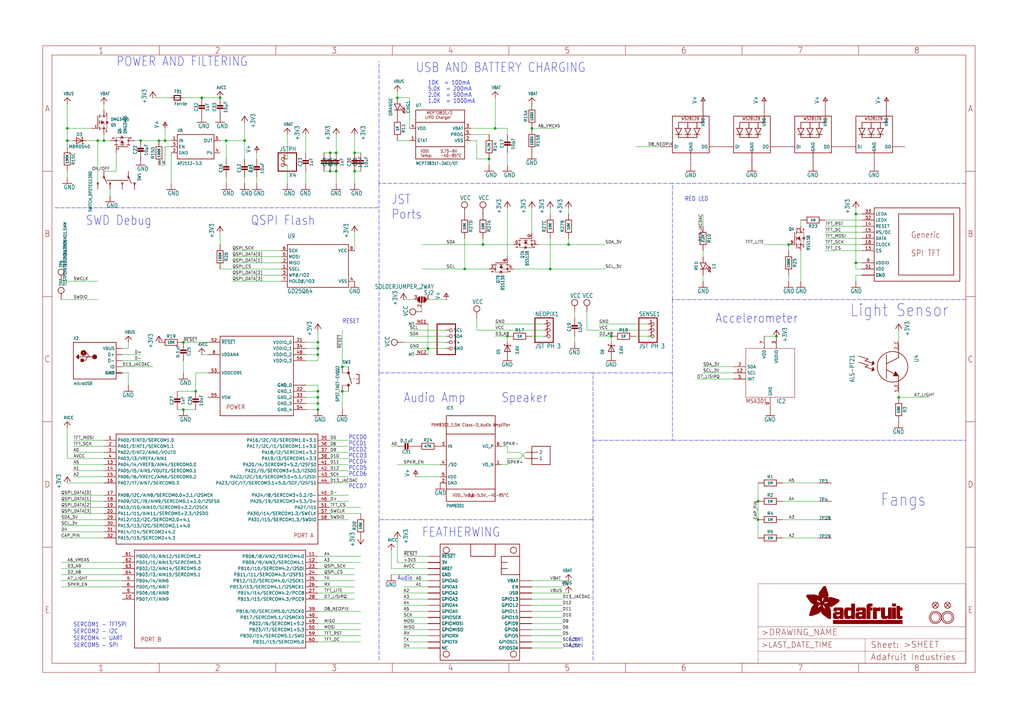
<source format=kicad_sch>
(kicad_sch (version 20211123) (generator eeschema)
  (paper "User" 425.45 299.161)
  (lib_symbols
    (symbol "eagleSchem-eagle-import:+3V3" (power)
      (property "Value" "+3V3" (at -2.54 -5.08 90))
      (symbol "+3V3_1_0"
        (pin power_in line (at 0 -2.54 90) (length 2.54) (name "+3V3") (number "1"))
      )
    )
    (symbol "eagleSchem-eagle-import:ATSAMD51J"
      (symbol "ATSAMD51J_1_0"
        (text "PORT A" (at 48.26 -22.86 0) (effects (font (size 1.778 1.5113)) (justify left bottom)))
        (pin bidirectional line (at -30.48 17.78 0) (length 5.08) (name "PA00/EINT0/SERCOM1.0") (number "1"))
        (pin bidirectional line (at -30.48 7.62 0) (length 5.08) (name "PA04/I4/VREFB/AIN4/SERCOM0.0") (number "13"))
        (pin bidirectional line (at -30.48 5.08 0) (length 5.08) (name "PA05/I5/AIN5/VOUT1/SERCOM0.1") (number "14"))
        (pin bidirectional line (at -30.48 2.54 0) (length 5.08) (name "PA06/I6/VREFC/AIN6/SERCOM0.2") (number "15"))
        (pin bidirectional line (at -30.48 0 0) (length 5.08) (name "PA07/I7/AIN7/SERCOM0.3") (number "16"))
        (pin bidirectional line (at -30.48 -5.08 0) (length 5.08) (name "PA08/I2C/AIN8/SERCOM0.0+2.1/I2SMCK") (number "17"))
        (pin bidirectional line (at -30.48 -7.62 0) (length 5.08) (name "PA09/I2C/I9/AIN9/SERCOM0.1+2.0/I2SFS0") (number "18"))
        (pin bidirectional line (at -30.48 -10.16 0) (length 5.08) (name "PA10/I10/AIN10/SERCOM0+2.2/I2SCK") (number "19"))
        (pin bidirectional line (at -30.48 15.24 0) (length 5.08) (name "PA01/EINT1/SERCOM1.1") (number "2"))
        (pin bidirectional line (at -30.48 -12.7 0) (length 5.08) (name "PA11/I11/AIN11/SERCOM0+2.3/I2SDO") (number "20"))
        (pin bidirectional line (at -30.48 -15.24 0) (length 5.08) (name "PA12/I12/I2C/SERCOM2.0+4.1") (number "29"))
        (pin bidirectional line (at -30.48 12.7 0) (length 5.08) (name "PA02/EINT2/AIN0/VOUT0") (number "3"))
        (pin bidirectional line (at -30.48 -17.78 0) (length 5.08) (name "PA13/I13/I2C/SERCOM2.1+4.0") (number "30"))
        (pin bidirectional line (at -30.48 -20.32 0) (length 5.08) (name "PA14/I14/SERCOM2+4.2") (number "31"))
        (pin bidirectional line (at -30.48 -22.86 0) (length 5.08) (name "PA15/I15/SERCOM2+4.3") (number "32"))
        (pin bidirectional line (at 63.5 17.78 180) (length 5.08) (name "PA16/I2C/I0/SERCOM1.0+3.1") (number "35"))
        (pin bidirectional line (at 63.5 15.24 180) (length 5.08) (name "PA17/I2C/I1/SERCOM1.1+3.0") (number "36"))
        (pin bidirectional line (at 63.5 12.7 180) (length 5.08) (name "PA18/I2/SERCOM1+3.2") (number "37"))
        (pin bidirectional line (at 63.5 10.16 180) (length 5.08) (name "PA19/I3/SERCOM1+3.3") (number "38"))
        (pin bidirectional line (at -30.48 10.16 0) (length 5.08) (name "PA03/I3/VREFA/AIN1") (number "4"))
        (pin bidirectional line (at 63.5 7.62 180) (length 5.08) (name "PA20/I4/SERCOM3+5.2/I2SFS0") (number "41"))
        (pin bidirectional line (at 63.5 5.08 180) (length 5.08) (name "PA21/I5/SERCOM3+5.3/I2SDO") (number "42"))
        (pin bidirectional line (at 63.5 2.54 180) (length 5.08) (name "PA22/I2C/16/SERCOM3.0+5.1/I2SDI") (number "43"))
        (pin bidirectional line (at 63.5 0 180) (length 5.08) (name "PA23/I2C/I7/SERCOM3.1+5.0/SOF/I2SFS1") (number "44"))
        (pin bidirectional line (at 63.5 -5.08 180) (length 5.08) (name "PA24/I8/SERCOM3+5.2/D-") (number "45"))
        (pin bidirectional line (at 63.5 -7.62 180) (length 5.08) (name "PA25/19/SERCOM3+5.3/D+") (number "46"))
        (pin bidirectional line (at 63.5 -10.16 180) (length 5.08) (name "PA27/I11") (number "51"))
        (pin bidirectional line (at 63.5 -12.7 180) (length 5.08) (name "PA30/I14/SERCOM1.2/SWCLK") (number "57"))
        (pin bidirectional line (at 63.5 -15.24 180) (length 5.08) (name "PA31/I15/SERCOM1.3/SWDIO") (number "58"))
      )
      (symbol "ATSAMD51J_2_0"
        (text "PORT B" (at -35.56 -22.86 0) (effects (font (size 1.778 1.5113)) (justify left bottom)))
        (pin bidirectional line (at -43.18 -5.08 0) (length 5.08) (name "PB07/I7/AIN9") (number "10"))
        (pin bidirectional line (at 38.1 12.7 180) (length 5.08) (name "PB08/I8/AIN2/SERCOM4.0") (number "11"))
        (pin bidirectional line (at 38.1 10.16 180) (length 5.08) (name "PB09/I9/AIN3/SERCOM4.1") (number "12"))
        (pin bidirectional line (at 38.1 7.62 180) (length 5.08) (name "PB10/I10/SERCOM4.2/I2SDI") (number "23"))
        (pin bidirectional line (at 38.1 5.08 180) (length 5.08) (name "PB11/I11/SERCOM4.3/I2SFS1") (number "24"))
        (pin bidirectional line (at 38.1 2.54 180) (length 5.08) (name "PB12/I12/SERCOM4.0/I2SCK1") (number "25"))
        (pin bidirectional line (at 38.1 0 180) (length 5.08) (name "PB13/I13/SERCOM4.1/I2SMCK1") (number "26"))
        (pin bidirectional line (at 38.1 -2.54 180) (length 5.08) (name "PB14/I14/SERCOM4.2/PCC8") (number "27"))
        (pin bidirectional line (at 38.1 -5.08 180) (length 5.08) (name "PB15/I15/SERCOM4.3/PCC9") (number "28"))
        (pin bidirectional line (at 38.1 -10.16 180) (length 5.08) (name "PB16/I0/SERCOM5.0/I2SCK0") (number "39"))
        (pin bidirectional line (at 38.1 -12.7 180) (length 5.08) (name "PB17/SERCOM5.1/I2SMCK0") (number "40"))
        (pin bidirectional line (at 38.1 -15.24 180) (length 5.08) (name "PB22/I6/SERCOM1+5.2") (number "49"))
        (pin bidirectional line (at -43.18 2.54 0) (length 5.08) (name "PB04/I4/AIN6") (number "5"))
        (pin bidirectional line (at 38.1 -17.78 180) (length 5.08) (name "PB23/I7/SERCOM1+5.3") (number "50"))
        (pin bidirectional line (at 38.1 -20.32 180) (length 5.08) (name "PB30/I14/SERCOM5.1/SWO") (number "59"))
        (pin bidirectional line (at -43.18 0 0) (length 5.08) (name "PB05/I5/AIN7") (number "6"))
        (pin bidirectional line (at 38.1 -22.86 180) (length 5.08) (name "PB31/I15/SERCOM5.0") (number "60"))
        (pin bidirectional line (at -43.18 12.7 0) (length 5.08) (name "PB00/I0/AIN12/SERCOM5.2") (number "61"))
        (pin bidirectional line (at -43.18 10.16 0) (length 5.08) (name "PB01/I1/AIN13/SERCOM5.3") (number "62"))
        (pin bidirectional line (at -43.18 7.62 0) (length 5.08) (name "PB02/I2/AIN14/SERCOM5.0") (number "63"))
        (pin bidirectional line (at -43.18 5.08 0) (length 5.08) (name "PB03/I3/AIN15/SERCOM5.1") (number "64"))
        (pin bidirectional line (at -43.18 -2.54 0) (length 5.08) (name "PB06/I6/AIN8") (number "9"))
      )
      (symbol "ATSAMD51J_3_0"
        (text "POWER" (at -12.7 -12.7 0) (effects (font (size 1.778 1.5113)) (justify left bottom)))
        (pin bidirectional line (at 20.32 15.24 180) (length 5.08) (name "VDDIO_0") (number "21"))
        (pin bidirectional line (at 20.32 -5.08 180) (length 5.08) (name "GND_1") (number "22"))
        (pin bidirectional line (at 20.32 -7.62 180) (length 5.08) (name "GND_2") (number "33"))
        (pin bidirectional line (at 20.32 12.7 180) (length 5.08) (name "VDDIO_1") (number "34"))
        (pin bidirectional line (at 20.32 -10.16 180) (length 5.08) (name "GND_3") (number "47"))
        (pin bidirectional line (at 20.32 10.16 180) (length 5.08) (name "VDDIO_2") (number "48"))
        (pin bidirectional line (at -20.32 15.24 0) (length 5.08) (name "~{RESET}") (number "52"))
        (pin bidirectional line (at -20.32 2.54 0) (length 5.08) (name "VDDCORE") (number "53"))
        (pin bidirectional line (at 20.32 -12.7 180) (length 5.08) (name "GND_4") (number "54"))
        (pin bidirectional line (at -20.32 -7.62 0) (length 5.08) (name "VSW") (number "55"))
        (pin bidirectional line (at 20.32 7.62 180) (length 5.08) (name "VDDIO_3") (number "56"))
        (pin bidirectional line (at 20.32 -2.54 180) (length 5.08) (name "GND_0") (number "7"))
        (pin bidirectional line (at -20.32 10.16 0) (length 5.08) (name "VDDANA") (number "8"))
        (pin bidirectional line (at 20.32 -2.54 180) (length 5.08) (name "GND_0") (number "EXP"))
      )
    )
    (symbol "eagleSchem-eagle-import:AVCC" (power)
      (property "Value" "AVCC" (at -1.524 1.016 0))
      (symbol "AVCC_1_0"
        (pin power_in line (at 0 -2.54 90) (length 2.54) (name "AVCC") (number "1"))
      )
    )
    (symbol "eagleSchem-eagle-import:CAP_CERAMIC0603_NO"
      (property "Reference" "C" (at -2.29 1.25 90))
      (property "Value" "CAP_CERAMIC0603_NO" (at 2.3 1.25 90))
      (symbol "CAP_CERAMIC0603_NO_1_0"
        (pin passive line (at 0 5.08 270) (length 2.54) (name "1") (number "1"))
        (pin passive line (at 0 -2.54 90) (length 2.54) (name "2") (number "2"))
      )
    )
    (symbol "eagleSchem-eagle-import:CAP_CERAMIC0805-NOOUTLINE"
      (property "Reference" "C" (at -2.29 1.25 90))
      (property "Value" "CAP_CERAMIC0805-NOOUTLINE" (at 2.3 1.25 90))
      (symbol "CAP_CERAMIC0805-NOOUTLINE_1_0"
        (pin passive line (at 0 5.08 270) (length 2.54) (name "1") (number "1"))
        (pin passive line (at 0 -2.54 90) (length 2.54) (name "2") (number "2"))
      )
    )
    (symbol "eagleSchem-eagle-import:CON_JST_PH_2PIN"
      (property "Reference" "X" (at -6.35 5.715 0))
      (property "Value" "CON_JST_PH_2PIN" (at -6.35 -5.08 0))
      (symbol "CON_JST_PH_2PIN_1_0"
        (pin passive inverted (at -2.54 2.54 0) (length 2.54) (name "1") (number "1"))
        (pin passive inverted (at -2.54 0 0) (length 2.54) (name "2") (number "2"))
      )
    )
    (symbol "eagleSchem-eagle-import:CON_JST_PH_3PIN"
      (property "Reference" "X" (at -6.35 5.715 0))
      (property "Value" "CON_JST_PH_3PIN" (at -6.35 -7.62 0))
      (symbol "CON_JST_PH_3PIN_1_0"
        (pin passive inverted (at -2.54 2.54 0) (length 2.54) (name "1") (number "1"))
        (pin passive inverted (at -2.54 0 0) (length 2.54) (name "2") (number "2"))
        (pin passive inverted (at -2.54 -2.54 0) (length 2.54) (name "3") (number "3"))
      )
    )
    (symbol "eagleSchem-eagle-import:CON_MOLEX_2P"
      (symbol "CON_MOLEX_2P_1_0"
        (pin passive line (at -5.08 2.54 0) (length 5.08) (name "1") (number "1"))
        (pin passive line (at -5.08 0 0) (length 5.08) (name "2") (number "2"))
      )
      (symbol "CON_MOLEX_2P_2_0"
        (pin bidirectional line (at 0 0 0) (length 5.08) (name "MT") (number "M1"))
      )
      (symbol "CON_MOLEX_2P_3_0"
        (pin bidirectional line (at 0 0 0) (length 5.08) (name "MT") (number "M2"))
      )
    )
    (symbol "eagleSchem-eagle-import:DIODE-SCHOTTKYSOD-123"
      (property "Reference" "D" (at 0 2.54 0))
      (property "Value" "DIODE-SCHOTTKYSOD-123" (at 0 -2.5 0))
      (symbol "DIODE-SCHOTTKYSOD-123_1_0"
        (pin passive line (at -2.54 0 0) (length 2.54) (name "A") (number "A"))
        (pin passive line (at 2.54 0 180) (length 2.54) (name "C") (number "C"))
      )
    )
    (symbol "eagleSchem-eagle-import:DIODE-ZENERSOD323"
      (property "Reference" "D" (at -2.54 3.0226 0))
      (property "Value" "DIODE-ZENERSOD323" (at -2.54 -4.8514 0))
      (symbol "DIODE-ZENERSOD323_1_0"
        (pin passive line (at -2.54 0 0) (length 2.54) (name "A") (number "A"))
        (pin passive line (at 2.54 0 180) (length 2.54) (name "C") (number "C"))
      )
    )
    (symbol "eagleSchem-eagle-import:DISP_LCD_GENERIC_SPITFT_VDDIO_1.54_240X240_HANDSOLDER"
      (symbol "DISP_LCD_GENERIC_SPITFT_VDDIO_1.54_240X240_HANDSOLDER_1_0"
        (text "Generic" (at -7.62 2.54 0) (effects (font (size 2.54 2.159)) (justify left bottom)))
        (text "SPI TFT" (at -7.62 -5.08 0) (effects (font (size 2.54 2.159)) (justify left bottom)))
        (pin input line (at -27.94 -2.54 0) (length 5.08) (name "CS") (number "13"))
        (pin input line (at -27.94 7.62 0) (length 5.08) (name "RESET") (number "14"))
        (pin input line (at -27.94 5.08 0) (length 5.08) (name "RS/DC") (number "15"))
        (pin input line (at -27.94 0 0) (length 5.08) (name "CLOCK") (number "18"))
        (pin bidirectional line (at -27.94 2.54 0) (length 5.08) (name "DATA") (number "19"))
        (pin power_in line (at -27.94 -12.7 0) (length 5.08) (name "GND") (number "21"))
        (pin power_in line (at -27.94 -12.7 0) (length 5.08) (name "GND") (number "22"))
        (pin power_in line (at -27.94 -10.16 0) (length 5.08) (name "VDD") (number "31"))
        (pin input line (at -27.94 10.16 0) (length 5.08) (name "LEDK") (number "32"))
        (pin input line (at -27.94 12.7 0) (length 5.08) (name "LEDA") (number "33"))
        (pin power_in line (at -27.94 -12.7 0) (length 5.08) (name "GND") (number "8"))
        (pin power_in line (at -27.94 -7.62 0) (length 5.08) (name "VDDIO") (number "9"))
      )
    )
    (symbol "eagleSchem-eagle-import:FEATHERWING_SMTDUALNOHOLES"
      (symbol "FEATHERWING_SMTDUALNOHOLES_1_0"
        (pin input line (at 5.08 -5.08 90) (length 5.08) (name "~{RESET}") (number "1"))
        (pin bidirectional line (at 27.94 -5.08 90) (length 5.08) (name "GPIOA5") (number "10"))
        (pin bidirectional line (at 27.94 -5.08 90) (length 5.08) (name "GPIOA5") (number "10B"))
        (pin bidirectional line (at 30.48 -5.08 90) (length 5.08) (name "GPIOSCK") (number "11"))
        (pin bidirectional line (at 30.48 -5.08 90) (length 5.08) (name "GPIOSCK") (number "11B"))
        (pin bidirectional line (at 33.02 -5.08 90) (length 5.08) (name "GPIOMOSI") (number "12"))
        (pin bidirectional line (at 33.02 -5.08 90) (length 5.08) (name "GPIOMOSI") (number "12B"))
        (pin bidirectional line (at 35.56 -5.08 90) (length 5.08) (name "GPIOMISO") (number "13"))
        (pin bidirectional line (at 35.56 -5.08 90) (length 5.08) (name "GPIOMISO") (number "13B"))
        (pin bidirectional line (at 38.1 -5.08 90) (length 5.08) (name "GPIORX") (number "14"))
        (pin bidirectional line (at 38.1 -5.08 90) (length 5.08) (name "GPIORX") (number "14B"))
        (pin bidirectional line (at 40.64 -5.08 90) (length 5.08) (name "GPIOTX") (number "15"))
        (pin bidirectional line (at 40.64 -5.08 90) (length 5.08) (name "GPIOTX") (number "15B"))
        (pin passive line (at 43.18 -5.08 90) (length 5.08) (name "NC") (number "16"))
        (pin passive line (at 43.18 -5.08 90) (length 5.08) (name "NC") (number "16B"))
        (pin bidirectional line (at 43.18 38.1 270) (length 5.08) (name "GPIOSDA") (number "17"))
        (pin bidirectional line (at 43.18 38.1 270) (length 5.08) (name "GPIOSDA") (number "17B"))
        (pin bidirectional line (at 40.64 38.1 270) (length 5.08) (name "GPIOSCL") (number "18"))
        (pin bidirectional line (at 40.64 38.1 270) (length 5.08) (name "GPIOSCL") (number "18B"))
        (pin bidirectional line (at 38.1 38.1 270) (length 5.08) (name "GPIO5") (number "19"))
        (pin bidirectional line (at 38.1 38.1 270) (length 5.08) (name "GPIO5") (number "19B"))
        (pin input line (at 5.08 -5.08 90) (length 5.08) (name "~{RESET}") (number "1B"))
        (pin power_in line (at 7.62 -5.08 90) (length 5.08) (name "3V") (number "2"))
        (pin bidirectional line (at 35.56 38.1 270) (length 5.08) (name "GPIO6") (number "20"))
        (pin bidirectional line (at 35.56 38.1 270) (length 5.08) (name "GPIO6") (number "20B"))
        (pin bidirectional line (at 33.02 38.1 270) (length 5.08) (name "GPIO9") (number "21"))
        (pin bidirectional line (at 33.02 38.1 270) (length 5.08) (name "GPIO9") (number "21B"))
        (pin bidirectional line (at 30.48 38.1 270) (length 5.08) (name "GPIO10") (number "22"))
        (pin bidirectional line (at 30.48 38.1 270) (length 5.08) (name "GPIO10") (number "22B"))
        (pin bidirectional line (at 27.94 38.1 270) (length 5.08) (name "GPIO11") (number "23"))
        (pin bidirectional line (at 27.94 38.1 270) (length 5.08) (name "GPIO11") (number "23B"))
        (pin bidirectional line (at 25.4 38.1 270) (length 5.08) (name "GPIO12") (number "24"))
        (pin bidirectional line (at 25.4 38.1 270) (length 5.08) (name "GPIO12") (number "24B"))
        (pin bidirectional line (at 22.86 38.1 270) (length 5.08) (name "GPIO13") (number "25"))
        (pin bidirectional line (at 22.86 38.1 270) (length 5.08) (name "GPIO13") (number "25B"))
        (pin power_in line (at 20.32 38.1 270) (length 5.08) (name "USB") (number "26"))
        (pin power_in line (at 20.32 38.1 270) (length 5.08) (name "USB") (number "26B"))
        (pin passive line (at 17.78 38.1 270) (length 5.08) (name "EN") (number "27"))
        (pin passive line (at 17.78 38.1 270) (length 5.08) (name "EN") (number "27B"))
        (pin power_in line (at 15.24 38.1 270) (length 5.08) (name "VBAT") (number "28"))
        (pin power_in line (at 15.24 38.1 270) (length 5.08) (name "VBAT") (number "28B"))
        (pin power_in line (at 7.62 -5.08 90) (length 5.08) (name "3V") (number "2B"))
        (pin passive line (at 10.16 -5.08 90) (length 5.08) (name "AREF") (number "3"))
        (pin passive line (at 10.16 -5.08 90) (length 5.08) (name "AREF") (number "3B"))
        (pin power_in line (at 12.7 -5.08 90) (length 5.08) (name "GND") (number "4"))
        (pin power_in line (at 12.7 -5.08 90) (length 5.08) (name "GND") (number "4B"))
        (pin bidirectional line (at 15.24 -5.08 90) (length 5.08) (name "GPIOA0") (number "5"))
        (pin bidirectional line (at 15.24 -5.08 90) (length 5.08) (name "GPIOA0") (number "5B"))
        (pin bidirectional line (at 17.78 -5.08 90) (length 5.08) (name "GPIOA1") (number "6"))
        (pin bidirectional line (at 17.78 -5.08 90) (length 5.08) (name "GPIOA1") (number "6B"))
        (pin bidirectional line (at 20.32 -5.08 90) (length 5.08) (name "GPIOA2") (number "7"))
        (pin bidirectional line (at 20.32 -5.08 90) (length 5.08) (name "GPIOA2") (number "7B"))
        (pin bidirectional line (at 22.86 -5.08 90) (length 5.08) (name "GPIOA3") (number "8"))
        (pin bidirectional line (at 22.86 -5.08 90) (length 5.08) (name "GPIOA3") (number "8B"))
        (pin bidirectional line (at 25.4 -5.08 90) (length 5.08) (name "GPIOA4") (number "9"))
        (pin bidirectional line (at 25.4 -5.08 90) (length 5.08) (name "GPIOA4") (number "9B"))
      )
    )
    (symbol "eagleSchem-eagle-import:FERRITE-0805NO"
      (property "Reference" "FB" (at -1.27 1.905 0))
      (property "Value" "FERRITE-0805NO" (at -1.27 -3.175 0))
      (symbol "FERRITE-0805NO_1_0"
        (pin passive line (at -2.54 0 0) (length 2.54) (name "P$1") (number "1"))
        (pin passive line (at 2.54 0 180) (length 2.54) (name "P$2") (number "2"))
      )
    )
    (symbol "eagleSchem-eagle-import:FIDUCIAL_1MM")
    (symbol "eagleSchem-eagle-import:FRAME_A3_ADAFRUIT"
      (symbol "FRAME_A3_ADAFRUIT_1_0"
        (text "1" (at 24.2094 1.905 0) (effects (font (size 2.54 2.286))))
        (text "1" (at 24.2094 258.445 0) (effects (font (size 2.54 2.286))))
        (text "2" (at 72.6281 1.905 0) (effects (font (size 2.54 2.286))))
        (text "2" (at 72.6281 258.445 0) (effects (font (size 2.54 2.286))))
        (text "3" (at 121.0469 1.905 0) (effects (font (size 2.54 2.286))))
        (text "3" (at 121.0469 258.445 0) (effects (font (size 2.54 2.286))))
        (text "4" (at 169.4656 1.905 0) (effects (font (size 2.54 2.286))))
        (text "4" (at 169.4656 258.445 0) (effects (font (size 2.54 2.286))))
        (text "5" (at 217.8844 1.905 0) (effects (font (size 2.54 2.286))))
        (text "5" (at 217.8844 258.445 0) (effects (font (size 2.54 2.286))))
        (text "6" (at 266.3031 1.905 0) (effects (font (size 2.54 2.286))))
        (text "6" (at 266.3031 258.445 0) (effects (font (size 2.54 2.286))))
        (text "7" (at 314.7219 1.905 0) (effects (font (size 2.54 2.286))))
        (text "7" (at 314.7219 258.445 0) (effects (font (size 2.54 2.286))))
        (text "8" (at 363.1406 1.905 0) (effects (font (size 2.54 2.286))))
        (text "8" (at 363.1406 258.445 0) (effects (font (size 2.54 2.286))))
        (text ">DRAWING_NAME" (at 298.45 15.24 0) (effects (font (size 2.54 2.54)) (justify left bottom)))
        (text ">LAST_DATE_TIME" (at 298.45 10.16 0) (effects (font (size 2.286 2.286)) (justify left bottom)))
        (text ">SHEET" (at 357.505 10.16 0) (effects (font (size 2.54 2.54)) (justify left bottom)))
        (text "A" (at 1.905 234.315 0) (effects (font (size 2.54 2.286))))
        (text "A" (at 385.445 234.315 0) (effects (font (size 2.54 2.286))))
        (text "Adafruit Industries" (at 343.916 4.953 0) (effects (font (size 2.54 2.54)) (justify left bottom)))
        (text "B" (at 1.905 182.245 0) (effects (font (size 2.54 2.286))))
        (text "B" (at 385.445 182.245 0) (effects (font (size 2.54 2.286))))
        (text "C" (at 1.905 130.175 0) (effects (font (size 2.54 2.286))))
        (text "C" (at 385.445 130.175 0) (effects (font (size 2.54 2.286))))
        (text "D" (at 1.905 78.105 0) (effects (font (size 2.54 2.286))))
        (text "D" (at 385.445 78.105 0) (effects (font (size 2.54 2.286))))
        (text "E" (at 1.905 26.035 0) (effects (font (size 2.54 2.286))))
        (text "E" (at 385.445 26.035 0) (effects (font (size 2.54 2.286))))
        (text "Sheet:" (at 343.916 10.033 0) (effects (font (size 2.54 2.54)) (justify left bottom)))
      )
    )
    (symbol "eagleSchem-eagle-import:GND" (power)
      (property "Value" "GND" (at -2.54 -2.54 0))
      (symbol "GND_1_0"
        (pin power_in line (at 0 2.54 270) (length 2.54) (name "GND") (number "1"))
      )
    )
    (symbol "eagleSchem-eagle-import:LED0805_NOOUTLINE"
      (property "Reference" "D" (at -1.27 4.445 0))
      (property "Value" "LED0805_NOOUTLINE" (at -1.27 -2.794 0))
      (symbol "LED0805_NOOUTLINE_1_0"
        (pin passive line (at -5.08 0 0) (length 2.54) (name "A") (number "A"))
        (pin passive line (at 2.54 0 180) (length 2.54) (name "C") (number "C"))
      )
    )
    (symbol "eagleSchem-eagle-import:MCP73831{slash}2"
      (property "Reference" "U" (at -10.16 11.43 0))
      (property "Value" "MCP73831{slash}2" (at -10.16 -12.7 0))
      (symbol "MCP73831{slash}2_1_0"
        (text "-40-85°C" (at 0 -9.525 0) (effects (font (size 1.27 1.0795)) (justify left bottom)))
        (text "3.75-6V" (at 0 -7.62 0) (effects (font (size 1.27 1.0795)) (justify left bottom)))
        (text "LIPO Charger" (at -6.35 6.35 0) (effects (font (size 1.27 1.0795)) (justify left bottom)))
        (text "MCP73831/2" (at -5.715 8.255 0) (effects (font (size 1.27 1.0795)) (justify left bottom)))
        (text "Temp:" (at -8.255 -9.525 0) (effects (font (size 1.27 1.0795)) (justify left bottom)))
        (text "VDD:" (at -8.255 -7.62 0) (effects (font (size 1.27 1.0795)) (justify left bottom)))
        (pin output line (at -12.7 -2.54 0) (length 2.54) (name "STAT") (number "1"))
        (pin power_in line (at 12.7 -2.54 180) (length 2.54) (name "VSS") (number "2"))
        (pin power_in line (at 12.7 2.54 180) (length 2.54) (name "VBAT") (number "3"))
        (pin power_in line (at -12.7 2.54 0) (length 2.54) (name "VDD") (number "4"))
        (pin input line (at 12.7 0 180) (length 2.54) (name "PROG") (number "5"))
      )
    )
    (symbol "eagleSchem-eagle-import:MOSFET-NWIDE"
      (property "Reference" "Q" (at 5.08 0.635 0))
      (property "Value" "MOSFET-NWIDE" (at 5.08 -1.27 0))
      (symbol "MOSFET-NWIDE_1_0"
        (text "D" (at 3.175 3.175 0) (effects (font (size 0.8128 0.6908)) (justify left bottom)))
        (text "G" (at -1.27 -1.905 0) (effects (font (size 0.8128 0.6908)) (justify left bottom)))
        (text "S" (at 3.175 -3.81 0) (effects (font (size 0.8128 0.6908)) (justify left bottom)))
        (pin bidirectional line (at -2.54 -2.54 0) (length 2.54) (name "G") (number "1"))
        (pin bidirectional line (at 2.54 -5.08 90) (length 2.54) (name "S") (number "2"))
        (pin bidirectional line (at 2.54 5.08 270) (length 2.54) (name "D") (number "3"))
      )
    )
    (symbol "eagleSchem-eagle-import:MOSFET-N_DUAL"
      (property "Reference" "Q" (at 5.08 0.635 0))
      (property "Value" "MOSFET-N_DUAL" (at 5.08 -1.27 0))
      (symbol "MOSFET-N_DUAL_1_0"
        (text "D" (at 3.175 3.175 0) (effects (font (size 0.8128 0.6908)) (justify left bottom)))
        (text "G" (at -1.27 -1.905 0) (effects (font (size 0.8128 0.6908)) (justify left bottom)))
        (text "S" (at 3.175 -3.81 0) (effects (font (size 0.8128 0.6908)) (justify left bottom)))
        (pin bidirectional line (at 2.54 -5.08 90) (length 2.54) (name "S") (number "1"))
        (pin bidirectional line (at -2.54 -2.54 0) (length 2.54) (name "G") (number "2"))
        (pin bidirectional line (at 2.54 5.08 270) (length 2.54) (name "D") (number "6"))
      )
      (symbol "MOSFET-N_DUAL_2_0"
        (text "D" (at 3.175 3.175 0) (effects (font (size 0.8128 0.6908)) (justify left bottom)))
        (text "G" (at -1.27 -1.905 0) (effects (font (size 0.8128 0.6908)) (justify left bottom)))
        (text "S" (at 3.175 -3.81 0) (effects (font (size 0.8128 0.6908)) (justify left bottom)))
        (pin bidirectional line (at 2.54 5.08 270) (length 2.54) (name "D") (number "3"))
        (pin bidirectional line (at 2.54 -5.08 90) (length 2.54) (name "S") (number "4"))
        (pin bidirectional line (at -2.54 -2.54 0) (length 2.54) (name "G") (number "5"))
      )
    )
    (symbol "eagleSchem-eagle-import:MOSFET-P"
      (property "Reference" "Q" (at 2.794 0.381 0))
      (property "Value" "MOSFET-P" (at 2.794 -1.905 0))
      (symbol "MOSFET-P_1_0"
        (text "D" (at 0.635 -3.81 0) (effects (font (size 0.8128 0.6908)) (justify left bottom)))
        (text "G" (at -3.81 1.27 0) (effects (font (size 0.8128 0.6908)) (justify left bottom)))
        (text "S" (at 0.635 3.175 0) (effects (font (size 0.8128 0.6908)) (justify left bottom)))
        (pin passive line (at -5.08 2.54 0) (length 2.54) (name "G") (number "1"))
        (pin passive line (at 0 5.08 270) (length 2.54) (name "S") (number "2"))
        (pin passive line (at 0 -5.08 90) (length 2.54) (name "D") (number "3"))
      )
    )
    (symbol "eagleSchem-eagle-import:MOUNTINGHOLE2.5")
    (symbol "eagleSchem-eagle-import:MSA301"
      (property "Reference" "IC" (at 2.54 -12.7 0))
      (symbol "MSA301_1_0"
        (text "MSA301" (at -10.16 -12.7 0) (effects (font (size 1.778 1.5113)) (justify left bottom)))
        (pin bidirectional line (at -15.24 0 0) (length 5.08) (name "SCL") (number "12"))
        (pin bidirectional line (at -15.24 2.54 0) (length 5.08) (name "SDA") (number "2"))
        (pin power_in line (at 2.54 15.24 270) (length 5.08) (name "VDDIO") (number "3"))
        (pin output line (at -15.24 -2.54 0) (length 5.08) (name "INT") (number "5"))
        (pin power_in line (at -2.54 15.24 270) (length 5.08) (name "VDD") (number "7"))
        (pin power_in line (at 0 -15.24 90) (length 5.08) (name "GND") (number "9"))
      )
    )
    (symbol "eagleSchem-eagle-import:PAM8301"
      (property "Reference" "IC" (at -10.16 17.78 0))
      (property "Value" "PAM8301" (at -10.16 -22.86 0))
      (symbol "PAM8301_1_0"
        (text "2.0-5.5V_-40-85°C" (at -1.27 -17.78 0) (effects (font (size 1.27 1.0795)) (justify left)))
        (text "PAM8301_1.5W Class-D_Audio Amplifier" (at 0 11.43 0) (effects (font (size 1.27 1.0795))))
        (text "VDD:_Temp:" (at -7.62 -17.78 0) (effects (font (size 1.27 1.0795)) (justify left)))
        (pin output line (at 12.7 -5.08 180) (length 2.54) (name "VO_N") (number "1"))
        (pin power_in line (at -12.7 -12.7 0) (length 2.54) (name "GND") (number "2"))
        (pin input line (at -12.7 2.54 0) (length 2.54) (name "IN") (number "3"))
        (pin input line (at -12.7 -5.08 0) (length 2.54) (name "/SD") (number "4"))
        (pin power_in line (at -12.7 -10.16 0) (length 2.54) (name "VDD") (number "5"))
        (pin output line (at 12.7 2.54 180) (length 2.54) (name "VO_P") (number "6"))
      )
    )
    (symbol "eagleSchem-eagle-import:PHOTOTRANSISTOR_PT26-21C"
      (property "Reference" "U" (at 8.89 5.08 90))
      (property "Value" "PHOTOTRANSISTOR_PT26-21C" (at -17.78 5.08 90))
      (symbol "PHOTOTRANSISTOR_PT26-21C_1_0"
        (pin bidirectional line (at 2.54 -10.16 90) (length 2.54) (name "E") (number "1_E"))
        (pin bidirectional line (at 2.54 10.16 270) (length 2.54) (name "C") (number "2_C"))
      )
    )
    (symbol "eagleSchem-eagle-import:RESISTOR_0603_NOOUT"
      (property "Reference" "R" (at 0 2.54 0))
      (property "Value" "RESISTOR_0603_NOOUT" (at 0 0 0))
      (symbol "RESISTOR_0603_NOOUT_1_0"
        (pin passive line (at -5.08 0 0) (length 2.54) (name "1") (number "1"))
        (pin passive line (at 5.08 0 180) (length 2.54) (name "2") (number "2"))
      )
    )
    (symbol "eagleSchem-eagle-import:RESISTOR_4PACK"
      (property "Reference" "R" (at 0 2.54 0))
      (property "Value" "RESISTOR_4PACK" (at 0 0 0))
      (symbol "RESISTOR_4PACK_1_0"
        (pin passive line (at -5.08 0 0) (length 2.54) (name "1") (number "1"))
        (pin passive line (at 5.08 0 180) (length 2.54) (name "2") (number "8"))
      )
      (symbol "RESISTOR_4PACK_2_0"
        (pin passive line (at -5.08 0 0) (length 2.54) (name "1") (number "2"))
        (pin passive line (at 5.08 0 180) (length 2.54) (name "2") (number "7"))
      )
      (symbol "RESISTOR_4PACK_3_0"
        (pin passive line (at -5.08 0 0) (length 2.54) (name "1") (number "3"))
        (pin passive line (at 5.08 0 180) (length 2.54) (name "2") (number "6"))
      )
      (symbol "RESISTOR_4PACK_4_0"
        (pin passive line (at -5.08 0 0) (length 2.54) (name "1") (number "4"))
        (pin passive line (at 5.08 0 180) (length 2.54) (name "2") (number "5"))
      )
    )
    (symbol "eagleSchem-eagle-import:SEWTAPPCB_ALLIGATOR"
      (property "Reference" "TP" (at 0 0 0))
      (symbol "SEWTAPPCB_ALLIGATOR_1_0"
        (pin bidirectional line (at 0 0 0) (length 5.08) (name "SEW") (number "P$1"))
      )
    )
    (symbol "eagleSchem-eagle-import:SEWTAP_ALLILONG"
      (property "Reference" "TP" (at 0 0 0))
      (symbol "SEWTAP_ALLILONG_1_0"
        (pin bidirectional line (at 0 0 0) (length 5.08) (name "SEW") (number "P$1"))
      )
    )
    (symbol "eagleSchem-eagle-import:SOLDERJUMPER_2WAY"
      (property "Reference" "SJ" (at -5.08 -3.81 0))
      (property "Value" "SOLDERJUMPER_2WAY" (at -5.08 -6.35 0))
      (symbol "SOLDERJUMPER_2WAY_1_0"
        (pin passive line (at -2.54 0 0) (length 0) (name "1") (number "1"))
        (pin passive line (at 0 2.54 270) (length 0) (name "2") (number "2"))
        (pin passive line (at 2.54 0 180) (length 0) (name "3") (number "3"))
      )
    )
    (symbol "eagleSchem-eagle-import:SPIFLASH_8PIN208MIL"
      (property "Reference" "U" (at -12.7 12.7 0))
      (property "Value" "SPIFLASH_8PIN208MIL" (at -12.7 -10.16 0))
      (symbol "SPIFLASH_8PIN208MIL_1_0"
        (pin bidirectional line (at -15.24 0 0) (length 2.54) (name "SSEL") (number "1"))
        (pin bidirectional line (at -15.24 2.54 0) (length 2.54) (name "MISO") (number "2"))
        (pin bidirectional line (at -15.24 -2.54 0) (length 2.54) (name "WP#/IO2") (number "3"))
        (pin bidirectional line (at 15.24 -5.08 180) (length 2.54) (name "VSS") (number "4"))
        (pin bidirectional line (at -15.24 5.08 0) (length 2.54) (name "MOSI") (number "5"))
        (pin bidirectional line (at -15.24 7.62 0) (length 2.54) (name "SCK") (number "6"))
        (pin bidirectional line (at -15.24 -5.08 0) (length 2.54) (name "HOLD#/IO3") (number "7"))
        (pin bidirectional line (at 15.24 7.62 180) (length 2.54) (name "VCC") (number "8"))
      )
    )
    (symbol "eagleSchem-eagle-import:STEMMA_I2C_RASMT"
      (symbol "STEMMA_I2C_RASMT_1_0"
        (pin passive inverted (at 0 5.08 0) (length 2.54) (name "GND") (number "1"))
        (pin passive inverted (at 0 2.54 0) (length 2.54) (name "V+") (number "2"))
        (pin passive inverted (at 0 0 0) (length 2.54) (name "SDA") (number "3"))
        (pin passive inverted (at 0 -2.54 0) (length 2.54) (name "SCL") (number "4"))
      )
      (symbol "STEMMA_I2C_RASMT_2_0"
        (pin bidirectional line (at 0 0 0) (length 5.08) (name "MT") (number "NC1"))
      )
      (symbol "STEMMA_I2C_RASMT_3_0"
        (pin bidirectional line (at 0 0 0) (length 5.08) (name "MT") (number "NC2"))
      )
    )
    (symbol "eagleSchem-eagle-import:SWITCH_DPDTEG1390"
      (property "Reference" "SW" (at -4.445 8.89 0))
      (property "Value" "SWITCH_DPDTEG1390" (at -5.08 -11.43 0))
      (symbol "SWITCH_DPDTEG1390_1_0"
        (pin passive line (at 2.54 7.62 180) (length 2.54) (name "O1") (number "O1"))
        (pin passive line (at 2.54 -2.54 180) (length 2.54) (name "O2") (number "O2"))
        (pin passive line (at -5.08 5.08 0) (length 2.54) (name "P1") (number "P1"))
        (pin passive line (at -5.08 -5.08 0) (length 2.54) (name "P2") (number "P2"))
        (pin passive line (at 2.54 2.54 180) (length 2.54) (name "S1") (number "S1"))
        (pin passive line (at 2.54 -7.62 180) (length 2.54) (name "S2") (number "S2"))
      )
    )
    (symbol "eagleSchem-eagle-import:SWITCH_TACT_SMT4.6X2.8"
      (property "Reference" "SW" (at -2.54 6.35 0))
      (property "Value" "SWITCH_TACT_SMT4.6X2.8" (at -2.54 -5.08 0))
      (symbol "SWITCH_TACT_SMT4.6X2.8_1_0"
        (pin passive line (at -5.08 0 0) (length 2.54) (name "P") (number "A"))
        (pin passive line (at -5.08 -2.54 0) (length 2.54) (name "P1") (number "A'"))
        (pin passive line (at 5.08 0 180) (length 2.54) (name "S") (number "B"))
        (pin passive line (at 5.08 -2.54 180) (length 2.54) (name "S1") (number "B'"))
      )
    )
    (symbol "eagleSchem-eagle-import:TESTPOINTROUND1.5MM"
      (property "Reference" "TP" (at 0 5.588 90))
      (property "Value" "TESTPOINTROUND1.5MM" (at 1.651 5.588 90))
      (symbol "TESTPOINTROUND1.5MM_1_0"
        (pin bidirectional line (at 0 0 90) (length 2.54) (name "P$1") (number "P$1"))
      )
    )
    (symbol "eagleSchem-eagle-import:USB_MICRO_20329_V2"
      (property "Reference" "X" (at -10.16 8.636 0))
      (property "Value" "USB_MICRO_20329_V2" (at -10.16 -10.16 0))
      (symbol "USB_MICRO_20329_V2_1_0"
        (pin power_in line (at 10.16 -5.08 180) (length 2.54) (name "GND") (number "BASE@1"))
        (pin power_in line (at 10.16 -5.08 180) (length 2.54) (name "GND") (number "BASE@2"))
        (pin bidirectional line (at 10.16 2.54 180) (length 2.54) (name "D+") (number "D+"))
        (pin bidirectional line (at 10.16 0 180) (length 2.54) (name "D-") (number "D-"))
        (pin power_in line (at 10.16 -5.08 180) (length 2.54) (name "GND") (number "GND"))
        (pin bidirectional line (at 10.16 -2.54 180) (length 2.54) (name "ID") (number "ID"))
        (pin power_in line (at 10.16 -5.08 180) (length 2.54) (name "GND") (number "SPRT@1"))
        (pin power_in line (at 10.16 -5.08 180) (length 2.54) (name "GND") (number "SPRT@2"))
        (pin power_in line (at 10.16 -5.08 180) (length 2.54) (name "GND") (number "SPRT@3"))
        (pin power_in line (at 10.16 -5.08 180) (length 2.54) (name "GND") (number "SPRT@4"))
        (pin power_in line (at 10.16 5.08 180) (length 2.54) (name "VBUS") (number "VBUS"))
      )
    )
    (symbol "eagleSchem-eagle-import:V+" (power)
      (property "Value" "V+" (at -2.54 -2.54 90))
      (symbol "V+_1_0"
        (pin power_in line (at 0 -2.54 90) (length 2.54) (name "V+") (number "1"))
      )
    )
    (symbol "eagleSchem-eagle-import:VBAT" (power)
      (property "Value" "VBAT" (at -1.524 1.016 0))
      (symbol "VBAT_1_0"
        (pin power_in line (at 0 -2.54 90) (length 2.54) (name "VBAT") (number "1"))
      )
    )
    (symbol "eagleSchem-eagle-import:VBUS" (power)
      (property "Value" "VBUS" (at -1.524 1.016 0))
      (symbol "VBUS_1_0"
        (pin power_in line (at 0 -2.54 90) (length 2.54) (name "VBUS") (number "1"))
      )
    )
    (symbol "eagleSchem-eagle-import:VCC" (power)
      (property "Value" "VCC" (at -1.905 3.175 0))
      (symbol "VCC_1_0"
        (pin power_in line (at 0 -2.54 90) (length 2.54) (name "VCC") (number "1"))
      )
    )
    (symbol "eagleSchem-eagle-import:VREG_SOT23-5"
      (property "Reference" "U" (at -7.62 6.096 0))
      (property "Value" "VREG_SOT23-5" (at -7.62 -7.62 0))
      (symbol "VREG_SOT23-5_1_0"
        (pin power_in line (at -10.16 2.54 0) (length 2.54) (name "IN") (number "1"))
        (pin power_in line (at -10.16 -2.54 0) (length 2.54) (name "GND") (number "2"))
        (pin input line (at -10.16 0 0) (length 2.54) (name "EN") (number "3"))
        (pin bidirectional line (at 10.16 -2.54 180) (length 2.54) (name "P4") (number "4"))
        (pin power_in line (at 10.16 2.54 180) (length 2.54) (name "OUT") (number "5"))
      )
    )
    (symbol "eagleSchem-eagle-import:WS2812B_4020"
      (symbol "WS2812B_4020_1_0"
        (text "WS2812B" (at -4.064 8.382 0) (effects (font (size 1.27 1.0795)) (justify left bottom)))
        (pin input line (at -12.7 -2.54 0) (length 5.08) (name "DI") (number "1"))
        (pin power_in line (at 5.08 15.24 270) (length 5.08) (name "VDD") (number "2"))
        (pin output line (at 12.7 -2.54 180) (length 5.08) (name "DO") (number "3"))
        (pin power_in line (at 0 -10.16 90) (length 5.08) (name "GND") (number "4"))
      )
    )
  )
  (junction (at 210.82 139.7))
  (junction (at 177.8 144.78))
  (junction (at 132.08 165.1))
  (junction (at 66.04 58.42))
  (junction (at 43.18 58.42))
  (junction (at 83.82 40.64))
  (junction (at 203.2 66.04))
  (junction (at 322.58 139.7))
  (junction (at 205.74 53.34))
  (junction (at 139.7 63.5))
  (junction (at 93.98 58.42))
  (junction (at 142.24 162.56))
  (junction (at 314.96 208.28))
  (junction (at 132.08 162.56))
  (junction (at 142.24 152.4))
  (junction (at 147.32 63.5))
  (junction (at 137.16 71.12))
  (junction (at 132.08 167.64))
  (junction (at 327.66 101.6))
  (junction (at 220.98 53.34))
  (junction (at 236.22 101.6))
  (junction (at 76.2 170.18))
  (junction (at 165.1 40.64))
  (junction (at 139.7 71.12))
  (junction (at 193.04 111.76))
  (junction (at 27.94 58.42))
  (junction (at 40.64 58.42))
  (junction (at 91.44 40.64))
  (junction (at 58.42 58.42))
  (junction (at 373.38 165.1))
  (junction (at 147.32 71.12))
  (junction (at 76.2 142.24))
  (junction (at 137.16 63.5))
  (junction (at 200.66 101.6))
  (junction (at 355.6 109.22))
  (junction (at 314.96 215.9))
  (junction (at 228.6 111.76))
  (junction (at 254 139.7))
  (junction (at 27.94 53.34))
  (junction (at 68.58 58.42))
  (junction (at 355.6 88.9))
  (junction (at 132.08 147.32))
  (junction (at 132.08 170.18))
  (junction (at 101.6 58.42))
  (junction (at 132.08 144.78))
  (junction (at 132.08 142.24))
  (junction (at 81.28 162.56))
  (wire (pts (xy 373.38 142.24) (xy 373.38 137.16)))
  (polyline (pts (xy 279.4 124.46) (xy 279.4 154.94)))
  (wire (pts (xy 358.14 104.14) (xy 342.9 104.14)))
  (wire (pts (xy 236.22 241.3) (xy 220.98 241.3)))
  (polyline (pts (xy 246.38 215.9) (xy 246.38 182.88)))
  (wire (pts (xy 167.64 266.7) (xy 177.8 266.7)))
  (wire (pts (xy 132.08 236.22) (xy 147.32 236.22)))
  (wire (pts (xy 132.08 162.56) (xy 127 162.56)))
  (wire (pts (xy 243.84 137.16) (xy 243.84 129.54)))
  (polyline (pts (xy 157.48 76.2) (xy 157.48 86.36)))
  (wire (pts (xy 132.08 233.68) (xy 149.86 233.68)))
  (wire (pts (xy 71.12 58.42) (xy 68.58 58.42)))
  (wire (pts (xy 101.6 58.42) (xy 101.6 50.8)))
  (wire (pts (xy 50.8 152.4) (xy 63.5 152.4)))
  (wire (pts (xy 127 76.2) (xy 127 71.12)))
  (polyline (pts (xy 279.4 182.88) (xy 401.32 182.88)))
  (wire (pts (xy 144.78 195.58) (xy 137.16 195.58)))
  (wire (pts (xy 132.08 231.14) (xy 149.86 231.14)))
  (wire (pts (xy 25.4 208.28) (xy 43.18 208.28)))
  (wire (pts (xy 215.9 190.5) (xy 218.44 187.96)))
  (wire (pts (xy 30.48 58.42) (xy 27.94 58.42)))
  (wire (pts (xy 116.84 114.3) (xy 96.52 114.3)))
  (wire (pts (xy 254 139.7) (xy 248.92 139.7)))
  (wire (pts (xy 40.64 78.74) (xy 40.64 58.42)))
  (wire (pts (xy 132.08 254) (xy 149.86 254)))
  (wire (pts (xy 208.28 193.04) (xy 210.82 193.04)))
  (wire (pts (xy 91.44 96.52) (xy 91.44 101.6)))
  (wire (pts (xy 177.8 246.38) (xy 167.64 246.38)))
  (wire (pts (xy 144.78 200.66) (xy 137.16 200.66)))
  (wire (pts (xy 165.1 233.68) (xy 177.8 233.68)))
  (wire (pts (xy 25.4 116.84) (xy 40.64 116.84)))
  (wire (pts (xy 144.78 152.4) (xy 142.24 152.4)))
  (polyline (pts (xy 246.38 274.32) (xy 246.38 215.9)))
  (wire (pts (xy 119.38 76.2) (xy 119.38 68.58)))
  (wire (pts (xy 68.58 68.58) (xy 68.58 60.96)))
  (wire (pts (xy 81.28 162.56) (xy 73.66 162.56)))
  (wire (pts (xy 71.12 63.5) (xy 71.12 76.2)))
  (wire (pts (xy 43.18 205.74) (xy 25.4 205.74)))
  (wire (pts (xy 238.76 132.08) (xy 238.76 129.54)))
  (wire (pts (xy 132.08 142.24) (xy 132.08 137.16)))
  (wire (pts (xy 27.94 58.42) (xy 27.94 53.34)))
  (wire (pts (xy 43.18 223.52) (xy 25.4 223.52)))
  (polyline (pts (xy 279.4 154.94) (xy 279.4 182.88)))
  (wire (pts (xy 132.08 246.38) (xy 147.32 246.38)))
  (wire (pts (xy 358.14 111.76) (xy 355.6 111.76)))
  (wire (pts (xy 27.94 60.96) (xy 27.94 58.42)))
  (wire (pts (xy 342.9 99.06) (xy 358.14 99.06)))
  (wire (pts (xy 43.18 220.98) (xy 25.4 220.98)))
  (wire (pts (xy 53.34 154.94) (xy 53.34 160.02)))
  (wire (pts (xy 162.56 185.42) (xy 165.1 185.42)))
  (wire (pts (xy 147.32 63.5) (xy 147.32 55.88)))
  (wire (pts (xy 35.56 58.42) (xy 40.64 58.42)))
  (wire (pts (xy 147.32 71.12) (xy 149.86 71.12)))
  (wire (pts (xy 198.12 137.16) (xy 226.06 137.16)))
  (wire (pts (xy 167.64 248.92) (xy 177.8 248.92)))
  (wire (pts (xy 358.14 114.3) (xy 355.6 114.3)))
  (wire (pts (xy 142.24 170.18) (xy 142.24 162.56)))
  (wire (pts (xy 177.8 124.46) (xy 185.42 124.46)))
  (wire (pts (xy 340.36 215.9) (xy 325.12 215.9)))
  (wire (pts (xy 116.84 109.22) (xy 96.52 109.22)))
  (wire (pts (xy 119.38 55.88) (xy 119.38 66.04)))
  (wire (pts (xy 58.42 149.86) (xy 50.8 149.86)))
  (wire (pts (xy 127 147.32) (xy 132.08 147.32)))
  (wire (pts (xy 177.8 238.76) (xy 162.56 238.76)))
  (wire (pts (xy 127 170.18) (xy 132.08 170.18)))
  (wire (pts (xy 127 149.86) (xy 132.08 149.86)))
  (wire (pts (xy 177.8 134.62) (xy 177.8 144.78)))
  (wire (pts (xy 48.26 63.5) (xy 48.26 71.12)))
  (wire (pts (xy 132.08 170.18) (xy 132.08 167.64)))
  (polyline (pts (xy 279.4 76.2) (xy 157.48 76.2)))
  (wire (pts (xy 177.8 256.54) (xy 167.64 256.54)))
  (wire (pts (xy 208.28 185.42) (xy 210.82 185.42)))
  (wire (pts (xy 238.76 142.24) (xy 238.76 139.7)))
  (wire (pts (xy 93.98 73.66) (xy 93.98 76.2)))
  (wire (pts (xy 30.48 198.12) (xy 43.18 198.12)))
  (wire (pts (xy 147.32 76.2) (xy 147.32 71.12)))
  (wire (pts (xy 86.36 142.24) (xy 76.2 142.24)))
  (wire (pts (xy 327.66 101.6) (xy 317.5 101.6)))
  (wire (pts (xy 27.94 53.34) (xy 27.94 43.18)))
  (wire (pts (xy 215.9 187.96) (xy 218.44 190.5)))
  (wire (pts (xy 358.14 101.6) (xy 342.9 101.6)))
  (wire (pts (xy 139.7 63.5) (xy 137.16 63.5)))
  (wire (pts (xy 162.56 236.22) (xy 162.56 228.6)))
  (wire (pts (xy 91.44 40.64) (xy 83.82 40.64)))
  (wire (pts (xy 355.6 88.9) (xy 355.6 86.36)))
  (wire (pts (xy 220.98 254) (xy 233.68 254)))
  (wire (pts (xy 50.8 144.78) (xy 53.34 144.78)))
  (wire (pts (xy 200.66 99.06) (xy 200.66 101.6)))
  (wire (pts (xy 43.18 43.18) (xy 43.18 45.72)))
  (wire (pts (xy 147.32 96.52) (xy 147.32 104.14)))
  (wire (pts (xy 205.74 40.64) (xy 205.74 53.34)))
  (wire (pts (xy 68.58 60.96) (xy 71.12 60.96)))
  (wire (pts (xy 373.38 165.1) (xy 386.08 165.1)))
  (wire (pts (xy 314.96 208.28) (xy 314.96 215.9)))
  (wire (pts (xy 292.1 93.98) (xy 292.1 88.9)))
  (wire (pts (xy 340.36 223.52) (xy 325.12 223.52)))
  (wire (pts (xy 43.18 193.04) (xy 30.48 193.04)))
  (wire (pts (xy 137.16 193.04) (xy 144.78 193.04)))
  (wire (pts (xy 195.58 55.88) (xy 203.2 55.88)))
  (wire (pts (xy 292.1 104.14) (xy 292.1 106.68)))
  (wire (pts (xy 132.08 144.78) (xy 132.08 147.32)))
  (wire (pts (xy 30.48 185.42) (xy 43.18 185.42)))
  (wire (pts (xy 358.14 88.9) (xy 355.6 88.9)))
  (wire (pts (xy 167.64 254) (xy 177.8 254)))
  (wire (pts (xy 325.12 208.28) (xy 340.36 208.28)))
  (wire (pts (xy 50.8 236.22) (xy 25.4 236.22)))
  (wire (pts (xy 304.8 152.4) (xy 292.1 152.4)))
  (wire (pts (xy 137.16 63.5) (xy 134.62 63.5)))
  (wire (pts (xy 25.4 213.36) (xy 43.18 213.36)))
  (wire (pts (xy 220.98 246.38) (xy 236.22 246.38)))
  (wire (pts (xy 177.8 236.22) (xy 162.56 236.22)))
  (wire (pts (xy 274.32 60.96) (xy 264.16 60.96)))
  (polyline (pts (xy 279.4 154.94) (xy 246.38 154.94)))
  (wire (pts (xy 76.2 149.86) (xy 76.2 154.94)))
  (wire (pts (xy 101.6 73.66) (xy 101.6 76.2)))
  (wire (pts (xy 132.08 241.3) (xy 147.32 241.3)))
  (wire (pts (xy 43.18 187.96) (xy 30.48 187.96)))
  (wire (pts (xy 43.18 55.88) (xy 43.18 58.42)))
  (wire (pts (xy 165.1 58.42) (xy 170.18 58.42)))
  (wire (pts (xy 96.52 106.68) (xy 116.84 106.68)))
  (wire (pts (xy 139.7 71.12) (xy 137.16 71.12)))
  (wire (pts (xy 127 165.1) (xy 132.08 165.1)))
  (wire (pts (xy 53.34 144.78) (xy 53.34 142.24)))
  (wire (pts (xy 198.12 137.16) (xy 198.12 132.08)))
  (wire (pts (xy 304.8 157.48) (xy 289.56 157.48)))
  (wire (pts (xy 43.18 195.58) (xy 30.48 195.58)))
  (wire (pts (xy 81.28 154.94) (xy 86.36 154.94)))
  (wire (pts (xy 38.1 53.34) (xy 27.94 53.34)))
  (wire (pts (xy 327.66 116.84) (xy 327.66 114.3)))
  (wire (pts (xy 127 144.78) (xy 132.08 144.78)))
  (wire (pts (xy 177.8 264.16) (xy 167.64 264.16)))
  (wire (pts (xy 137.16 198.12) (xy 144.78 198.12)))
  (wire (pts (xy 132.08 165.1) (xy 132.08 162.56)))
  (wire (pts (xy 101.6 58.42) (xy 101.6 66.04)))
  (wire (pts (xy 177.8 251.46) (xy 167.64 251.46)))
  (wire (pts (xy 210.82 63.5) (xy 210.82 68.58)))
  (wire (pts (xy 132.08 144.78) (xy 132.08 142.24)))
  (wire (pts (xy 327.66 104.14) (xy 327.66 101.6)))
  (wire (pts (xy 358.14 91.44) (xy 342.9 91.44)))
  (wire (pts (xy 269.24 134.62) (xy 248.92 134.62)))
  (polyline (pts (xy 157.48 154.94) (xy 157.48 86.36)))
  (wire (pts (xy 50.8 241.3) (xy 25.4 241.3)))
  (wire (pts (xy 147.32 243.84) (xy 132.08 243.84)))
  (wire (pts (xy 198.12 58.42) (xy 198.12 66.04)))
  (polyline (pts (xy 279.4 124.46) (xy 279.4 76.2)))
  (wire (pts (xy 106.68 73.66) (xy 106.68 76.2)))
  (wire (pts (xy 127 55.88) (xy 127 63.5)))
  (wire (pts (xy 165.1 38.1) (xy 165.1 40.64)))
  (wire (pts (xy 228.6 111.76) (xy 251.46 111.76)))
  (wire (pts (xy 83.82 40.64) (xy 76.2 40.64)))
  (wire (pts (xy 269.24 139.7) (xy 264.16 139.7)))
  (wire (pts (xy 314.96 200.66) (xy 314.96 208.28)))
  (wire (pts (xy 167.64 243.84) (xy 177.8 243.84)))
  (wire (pts (xy 210.82 190.5) (xy 215.9 190.5)))
  (polyline (pts (xy 246.38 182.88) (xy 279.4 182.88)))
  (wire (pts (xy 213.36 111.76) (xy 228.6 111.76)))
  (wire (pts (xy 355.6 111.76) (xy 355.6 109.22)))
  (wire (pts (xy 226.06 134.62) (xy 205.74 134.62)))
  (wire (pts (xy 93.98 58.42) (xy 101.6 58.42)))
  (wire (pts (xy 81.28 154.94) (xy 81.28 162.56)))
  (wire (pts (xy 203.2 111.76) (xy 193.04 111.76)))
  (wire (pts (xy 170.18 40.64) (xy 170.18 53.34)))
  (wire (pts (xy 43.18 215.9) (xy 25.4 215.9)))
  (wire (pts (xy 223.52 101.6) (xy 236.22 101.6)))
  (wire (pts (xy 185.42 137.16) (xy 170.18 137.16)))
  (wire (pts (xy 50.8 147.32) (xy 58.42 147.32)))
  (wire (pts (xy 233.68 269.24) (xy 220.98 269.24)))
  (wire (pts (xy 50.8 243.84) (xy 25.4 243.84)))
  (wire (pts (xy 236.22 99.06) (xy 236.22 101.6)))
  (wire (pts (xy 55.88 58.42) (xy 58.42 58.42)))
  (wire (pts (xy 40.64 58.42) (xy 43.18 58.42)))
  (wire (pts (xy 292.1 154.94) (xy 304.8 154.94)))
  (wire (pts (xy 127 167.64) (xy 132.08 167.64)))
  (wire (pts (xy 66.04 58.42) (xy 58.42 58.42)))
  (wire (pts (xy 342.9 96.52) (xy 358.14 96.52)))
  (wire (pts (xy 314.96 215.9) (xy 314.96 223.52)))
  (polyline (pts (xy 22.86 86.36) (xy 157.48 86.36)))
  (wire (pts (xy 210.82 55.88) (xy 210.82 53.34)))
  (wire (pts (xy 139.7 76.2) (xy 139.7 71.12)))
  (polyline (pts (xy 246.38 154.94) (xy 157.48 154.94)))
  (wire (pts (xy 139.7 55.88) (xy 139.7 63.5)))
  (wire (pts (xy 137.16 71.12) (xy 134.62 71.12)))
  (wire (pts (xy 292.1 114.3) (xy 292.1 116.84)))
  (wire (pts (xy 236.22 88.9) (xy 236.22 86.36)))
  (wire (pts (xy 332.74 104.14) (xy 332.74 116.84)))
  (polyline (pts (xy 157.48 215.9) (xy 157.48 154.94)))
  (wire (pts (xy 210.82 187.96) (xy 215.9 187.96)))
  (wire (pts (xy 45.72 78.74) (xy 45.72 81.28)))
  (wire (pts (xy 228.6 88.9) (xy 228.6 86.36)))
  (wire (pts (xy 116.84 104.14) (xy 96.52 104.14)))
  (wire (pts (xy 127 160.02) (xy 132.08 160.02)))
  (wire (pts (xy 132.08 266.7) (xy 149.86 266.7)))
  (wire (pts (xy 193.04 99.06) (xy 193.04 111.76)))
  (wire (pts (xy 177.8 259.08) (xy 167.64 259.08)))
  (wire (pts (xy 213.36 101.6) (xy 200.66 101.6)))
  (wire (pts (xy 220.98 96.52) (xy 220.98 86.36)))
  (wire (pts (xy 132.08 160.02) (xy 132.08 162.56)))
  (wire (pts (xy 233.68 251.46) (xy 220.98 251.46)))
  (wire (pts (xy 132.08 238.76) (xy 147.32 238.76)))
  (wire (pts (xy 236.22 101.6) (xy 251.46 101.6)))
  (wire (pts (xy 233.68 243.84) (xy 220.98 243.84)))
  (wire (pts (xy 177.8 144.78) (xy 170.18 144.78)))
  (wire (pts (xy 27.94 177.8) (xy 27.94 190.5)))
  (wire (pts (xy 144.78 162.56) (xy 142.24 162.56)))
  (polyline (pts (xy 157.48 274.32) (xy 157.48 215.9)))
  (wire (pts (xy 185.42 139.7) (xy 170.18 139.7)))
  (wire (pts (xy 198.12 66.04) (xy 203.2 66.04)))
  (polyline (pts (xy 246.38 215.9) (xy 157.48 215.9)))
  (wire (pts (xy 243.84 137.16) (xy 269.24 137.16)))
  (wire (pts (xy 200.66 101.6) (xy 175.26 101.6)))
  (wire (pts (xy 73.66 170.18) (xy 76.2 170.18)))
  (wire (pts (xy 116.84 111.76) (xy 91.44 111.76)))
  (wire (pts (xy 340.36 200.66) (xy 325.12 200.66)))
  (wire (pts (xy 210.82 53.34) (xy 205.74 53.34)))
  (wire (pts (xy 132.08 248.92) (xy 147.32 248.92)))
  (wire (pts (xy 132.08 149.86) (xy 132.08 147.32)))
  (wire (pts (xy 93.98 66.04) (xy 93.98 58.42)))
  (wire (pts (xy 175.26 129.54) (xy 175.26 127)))
  (wire (pts (xy 167.64 269.24) (xy 177.8 269.24)))
  (wire (pts (xy 172.72 124.46) (xy 167.64 124.46)))
  (wire (pts (xy 220.98 248.92) (xy 233.68 248.92)))
  (wire (pts (xy 25.4 218.44) (xy 43.18 218.44)))
  (wire (pts (xy 137.16 208.28) (xy 144.78 208.28)))
  (wire (pts (xy 132.08 264.16) (xy 149.86 264.16)))
  (wire (pts (xy 220.98 264.16) (xy 233.68 264.16)))
  (wire (pts (xy 220.98 259.08) (xy 233.68 259.08)))
  (wire (pts (xy 210.82 185.42) (xy 210.82 187.96)))
  (wire (pts (xy 132.08 167.64) (xy 132.08 165.1)))
  (wire (pts (xy 144.78 215.9) (xy 137.16 215.9)))
  (wire (pts (xy 254 142.24) (xy 254 139.7)))
  (polyline (pts (xy 401.32 76.2) (xy 279.4 76.2)))
  (wire (pts (xy 66.04 68.58) (xy 68.58 68.58)))
  (wire (pts (xy 177.8 147.32) (xy 177.8 144.78)))
  (wire (pts (xy 144.78 185.42) (xy 137.16 185.42)))
  (wire (pts (xy 185.42 142.24) (xy 167.64 142.24)))
  (wire (pts (xy 233.68 256.54) (xy 220.98 256.54)))
  (wire (pts (xy 144.78 190.5) (xy 137.16 190.5)))
  (wire (pts (xy 45.72 58.42) (xy 43.18 58.42)))
  (polyline (pts (xy 157.48 76.2) (xy 157.48 25.4)))
  (wire (pts (xy 177.8 241.3) (xy 167.64 241.3)))
  (wire (pts (xy 48.26 71.12) (xy 43.18 71.12)))
  (wire (pts (xy 50.8 238.76) (xy 25.4 238.76)))
  (wire (pts (xy 25.4 210.82) (xy 43.18 210.82)))
  (wire (pts (xy 220.98 53.34) (xy 231.14 53.34)))
  (wire (pts (xy 81.28 170.18) (xy 76.2 170.18)))
  (wire (pts (xy 165.1 40.64) (xy 170.18 40.64)))
  (polyline (pts (xy 246.38 182.88) (xy 246.38 154.94)))
  (wire (pts (xy 210.82 106.68) (xy 210.82 86.36)))
  (wire (pts (xy 358.14 109.22) (xy 355.6 109.22)))
  (wire (pts (xy 106.68 63.5) (xy 106.68 66.04)))
  (wire (pts (xy 355.6 114.3) (xy 355.6 116.84)))
  (wire (pts (xy 27.94 190.5) (xy 43.18 190.5)))
  (wire (pts (xy 137.16 213.36) (xy 149.86 213.36)))
  (wire (pts (xy 27.94 200.66) (xy 43.18 200.66)))
  (wire (pts (xy 132.08 261.62) (xy 149.86 261.62)))
  (wire (pts (xy 205.74 53.34) (xy 195.58 53.34)))
  (wire (pts (xy 332.74 93.98) (xy 332.74 91.44)))
  (wire (pts (xy 91.44 58.42) (xy 93.98 58.42)))
  (wire (pts (xy 68.58 58.42) (xy 66.04 58.42)))
  (wire (pts (xy 50.8 154.94) (xy 53.34 154.94)))
  (wire (pts (xy 50.8 233.68) (xy 25.4 233.68)))
  (wire (pts (xy 210.82 139.7) (xy 205.74 139.7)))
  (wire (pts (xy 185.42 144.78) (xy 177.8 144.78)))
  (wire (pts (xy 167.64 261.62) (xy 177.8 261.62)))
  (wire (pts (xy 182.88 198.12) (xy 172.72 198.12)))
  (wire (pts (xy 177.8 231.14) (xy 167.64 231.14)))
  (wire (pts (xy 182.88 193.04) (xy 165.1 193.04)))
  (wire (pts (xy 226.06 139.7) (xy 220.98 139.7)))
  (wire (pts (xy 147.32 63.5) (xy 149.86 63.5)))
  (wire (pts (xy 68.58 53.34) (xy 68.58 58.42)))
  (wire (pts (xy 228.6 99.06) (xy 228.6 111.76)))
  (wire (pts (xy 342.9 93.98) (xy 358.14 93.98)))
  (wire (pts (xy 210.82 193.04) (xy 210.82 190.5)))
  (wire (pts (xy 127 142.24) (xy 132.08 142.24)))
  (wire (pts (xy 137.16 205.74) (xy 144.78 205.74)))
  (wire (pts (xy 220.98 266.7) (xy 233.68 266.7)))
  (wire (pts (xy 195.58 58.42) (xy 198.12 58.42)))
  (polyline (pts (xy 401.32 124.46) (xy 279.4 124.46)))
  (wire (pts (xy 137.16 187.96) (xy 144.78 187.96)))
  (wire (pts (xy 373.38 165.1) (xy 373.38 162.56)))
  (wire (pts (xy 27.94 73.66) (xy 27.94 71.12)))
  (wire (pts (xy 137.16 182.88) (xy 144.78 182.88)))
  (wire (pts (xy 96.52 116.84) (xy 116.84 116.84)))
  (wire (pts (xy 142.24 137.16) (xy 142.24 152.4)))
  (wire (pts (xy 30.48 182.88) (xy 43.18 182.88)))
  (wire (pts (xy 165.1 223.52) (xy 165.1 233.68)))
  (wire (pts (xy 137.16 210.82) (xy 149.86 210.82)))
  (wire (pts (xy 203.2 66.04) (xy 203.2 68.58)))
  (wire (pts (xy 83.82 147.32) (xy 86.36 147.32)))
  (wire (pts (xy 210.82 139.7) (xy 210.82 142.24)))
  (wire (pts (xy 40.64 124.46) (xy 25.4 124.46)))
  (wire (pts (xy 233.68 261.62) (xy 220.98 261.62)))
  (wire (pts (xy 63.5 40.64) (xy 71.12 40.64)))
  (wire (pts (xy 355.6 109.22) (xy 355.6 88.9)))
  (wire (pts (xy 193.04 111.76) (xy 175.26 111.76)))
  (wire (pts (xy 322.58 139.7) (xy 317.5 139.7)))
  (wire (pts (xy 132.08 259.08) (xy 149.86 259.08)))
  (text "RESET" (at 142.24 134.62 180) (effects (font (size 1.778 1.5113)) (justify left bottom)))
  (text "JST\nPorts" (at 162.56 91.44 180) (effects (font (size 3.81 3.2385)) (justify left bottom)))
  (text "SWD Debug" (at 35.56 93.98 180) (effects (font (size 3.81 3.2385)) (justify left bottom)))
  (text "POWER AND FILTERING" (at 48.26 27.94 180) (effects (font (size 3.81 3.2385)) (justify left bottom)))
  (text "PCCD6" (at 144.78 198.12 180) (effects (font (size 1.778 1.5113)) (justify left bottom)))
  (text "Accel" (at 236.22 266.7 180) (effects (font (size 1.778 1.5113)) (justify left bottom)))
  (text "1.0K  = 1000mA" (at 177.8 43.18 180) (effects (font (size 1.778 1.5113)) (justify left bottom)))
  (text "PCCD4" (at 144.78 193.04 180) (effects (font (size 1.778 1.5113)) (justify left bottom)))
  (text "5.0K  = 200mA" (at 177.8 38.1 180) (effects (font (size 1.778 1.5113)) (justify left bottom)))
  (text "10K  = 100mA" (at 177.8 35.56 180) (effects (font (size 1.778 1.5113)) (justify left bottom)))
  (text "2.0K  = 500mA" (at 177.8 40.64 180) (effects (font (size 1.778 1.5113)) (justify left bottom)))
  (text "Audio" (at 165.1 241.3 180) (effects (font (size 1.778 1.5113)) (justify left bottom)))
  (text "Speaker" (at 208.28 167.64 180) (effects (font (size 3.81 3.2385)) (justify left bottom)))
  (text "RED LED" (at 284.48 83.82 180) (effects (font (size 1.778 1.5113)) (justify left bottom)))
  (text "Fangs" (at 365.76 210.82 180) (effects (font (size 5.08 4.318)) (justify left bottom)))
  (text "FEATHERWING" (at 175.26 223.52 180) (effects (font (size 3.81 3.2385)) (justify left bottom)))
  (text "PCCD0" (at 144.78 182.88 180) (effects (font (size 1.778 1.5113)) (justify left bottom)))
  (text "PCCD2" (at 144.78 187.96 180) (effects (font (size 1.778 1.5113)) (justify left bottom)))
  (text "SERCOM1 - TFTSPI\nSERCOM2 - I2C\nSERCOM4 - UART\nSERCOM5 - SPI" (at 30.48 269.24 180) (effects (font (size 1.778 1.5113)) (justify left bottom)))
  (text "Light Sensor" (at 353.06 132.08 180) (effects (font (size 5.08 4.318)) (justify left bottom)))
  (text "PCCD1" (at 144.78 185.42 180) (effects (font (size 1.778 1.5113)) (justify left bottom)))
  (text "QSPI Flash" (at 104.14 93.98 180) (effects (font (size 3.81 3.2385)) (justify left bottom)))
  (text "Accelerometer" (at 297.18 134.62 180) (effects (font (size 3.81 3.2385)) (justify left bottom)))
  (text "Audio Amp" (at 167.64 167.64 180) (effects (font (size 3.81 3.2385)) (justify left bottom)))
  (text "PCCD3" (at 144.78 190.5 180) (effects (font (size 1.778 1.5113)) (justify left bottom)))
  (text "PCCD5" (at 144.78 195.58 180) (effects (font (size 1.778 1.5113)) (justify left bottom)))
  (text "USB AND BATTERY CHARGING" (at 172.72 30.48 180) (effects (font (size 3.81 3.2385)) (justify left bottom)))
  (text "Accel" (at 236.22 269.24 180) (effects (font (size 1.778 1.5113)) (justify left bottom)))
  (text "PCCD7" (at 144.78 203.2 180) (effects (font (size 1.778 1.5113)) (justify left bottom)))
  (label "QSPI_DATA[0]" (at 96.52 106.68 0) (effects (font (size 1.2446 1.2446))))
  (label "QSPI_CS" (at 134.62 238.76 0) (effects (font (size 1.2446 1.2446))))
  (label "D-" (at 137.16 205.74 0) (effects (font (size 1.2446 1.2446))))
  (label "SCK" (at 167.64 256.54 0) (effects (font (size 1.2446 1.2446))))
  (label "A2" (at 30.48 198.12 0) (effects (font (size 1.2446 1.2446))))
  (label "D11" (at 233.68 254 0) (effects (font (size 1.2446 1.2446))))
  (label "A1" (at 30.48 195.58 0) (effects (font (size 1.2446 1.2446))))
  (label "A1" (at 172.72 243.84 0) (effects (font (size 1.2446 1.2446))))
  (label "A2" (at 327.66 223.52 0) (effects (font (size 1.2446 1.2446))))
  (label "A3" (at 167.64 248.92 0) (effects (font (size 1.2446 1.2446))))
  (label "SCL" (at 170.18 137.16 0) (effects (font (size 1.2446 1.2446))))
  (label "A5" (at 327.66 200.66 0) (effects (font (size 1.2446 1.2446))))
  (label "SPKR+" (at 210.82 193.04 0) (effects (font (size 1.2446 1.2446))))
  (label "SCL_3V" (at 292.1 154.94 0) (effects (font (size 1.2446 1.2446))))
  (label "+3V3" (at 167.64 233.68 0) (effects (font (size 1.2446 1.2446))))
  (label "TFT_LITE" (at 317.5 101.6 180) (effects (font (size 1.2446 1.2446))))
  (label "TFT_DC" (at 342.9 96.52 0) (effects (font (size 1.2446 1.2446))))
  (label "TX" (at 134.62 241.3 0) (effects (font (size 1.2446 1.2446))))
  (label "D2_A8" (at 27.94 238.76 0) (effects (font (size 1.2446 1.2446))))
  (label "MISO" (at 134.62 259.08 0) (effects (font (size 1.2446 1.2446))))
  (label "A3" (at 134.62 233.68 0) (effects (font (size 1.2446 1.2446))))
  (label "A4" (at 134.62 231.14 0) (effects (font (size 1.2446 1.2446))))
  (label "D12" (at 233.68 251.46 0) (effects (font (size 1.2446 1.2446))))
  (label "A7_LIGHT" (at 27.94 241.3 0) (effects (font (size 1.2446 1.2446))))
  (label "ON/OFF" (at 45.72 71.12 180) (effects (font (size 1.2446 1.2446))))
  (label "TFT_CS" (at 342.9 104.14 0) (effects (font (size 1.2446 1.2446))))
  (label "A3" (at 327.66 215.9 0) (effects (font (size 1.2446 1.2446))))
  (label "D10" (at 137.16 190.5 0) (effects (font (size 1.2446 1.2446))))
  (label "SDA_3V" (at 251.46 101.6 0) (effects (font (size 1.2446 1.2446))))
  (label "D8_NEOPIX" (at 134.62 254 0) (effects (font (size 1.2446 1.2446))))
  (label "A6_VMEAS" (at 27.94 233.68 0) (effects (font (size 1.2446 1.2446))))
  (label "TX" (at 167.64 266.7 0) (effects (font (size 1.2446 1.2446))))
  (label "TFT_CS" (at 137.16 210.82 0) (effects (font (size 1.2446 1.2446))))
  (label "QSPI_SCK" (at 134.62 236.22 0) (effects (font (size 1.2446 1.2446))))
  (label "A5" (at 167.64 254 0) (effects (font (size 1.2446 1.2446))))
  (label "VCC" (at 248.92 137.16 0) (effects (font (size 1.2446 1.2446))))
  (label "SWDIO" (at 137.16 215.9 0) (effects (font (size 1.2446 1.2446))))
  (label "MOSI" (at 167.64 259.08 0) (effects (font (size 1.2446 1.2446))))
  (label "A6_VMEAS" (at 223.52 53.34 0) (effects (font (size 1.2446 1.2446))))
  (label "SCK" (at 137.16 198.12 0) (effects (font (size 1.2446 1.2446))))
  (label "D3_A9" (at 205.74 139.7 0) (effects (font (size 1.2446 1.2446))))
  (label "SCL_3V" (at 251.46 111.76 0) (effects (font (size 1.2446 1.2446))))
  (label "D7_LISIRQ" (at 134.62 248.92 0) (effects (font (size 1.2446 1.2446))))
  (label "VBUS" (at 228.6 246.38 0) (effects (font (size 1.2446 1.2446))))
  (label "D13_JACDAC" (at 233.68 248.92 0) (effects (font (size 1.2446 1.2446))))
  (label "SDA" (at 170.18 139.7 0) (effects (font (size 1.2446 1.2446))))
  (label "TFT_RST" (at 342.9 93.98 0) (effects (font (size 1.2446 1.2446))))
  (label "SCL_3V" (at 233.68 266.7 0) (effects (font (size 1.2446 1.2446))))
  (label "QSPI_DATA[3]" (at 96.52 116.84 0) (effects (font (size 1.2446 1.2446))))
  (label "~{RESET}" (at 142.24 144.78 90) (effects (font (size 1.2446 1.2446))))
  (label "QSPI_DATA[2]" (at 25.4 210.82 0) (effects (font (size 1.2446 1.2446))))
  (label "TFT_MOSI" (at 342.9 99.06 0) (effects (font (size 1.2446 1.2446))))
  (label "D4" (at 25.4 220.98 0) (effects (font (size 1.2446 1.2446))))
  (label "A0" (at 172.72 241.3 0) (effects (font (size 1.2446 1.2446))))
  (label "QSPI_SCK" (at 96.52 104.14 0) (effects (font (size 1.2446 1.2446))))
  (label "D9" (at 233.68 259.08 0) (effects (font (size 1.2446 1.2446))))
  (label "D5" (at 233.68 264.16 0) (effects (font (size 1.2446 1.2446))))
  (label "D13_JACDAC" (at 50.8 152.4 0) (effects (font (size 1.2446 1.2446))))
  (label "CAP_PIN" (at 314.96 215.9 90) (effects (font (size 1.2446 1.2446))))
  (label "GND" (at 248.92 134.62 0) (effects (font (size 1.2446 1.2446))))
  (label "SDA" (at 185.42 101.6 0) (effects (font (size 1.2446 1.2446))))
  (label "AVCC" (at 167.64 236.22 0) (effects (font (size 1.2446 1.2446))))
  (label "GND" (at 170.18 144.78 0) (effects (font (size 1.2446 1.2446))))
  (label "A0" (at 162.56 185.42 0) (effects (font (size 1.2446 1.2446))))
  (label "QSPI_DATA[1]" (at 96.52 109.22 0) (effects (font (size 1.2446 1.2446))))
  (label "A4" (at 167.64 251.46 0) (effects (font (size 1.2446 1.2446))))
  (label "D13_JACDAC" (at 292.1 88.9 270) (effects (font (size 1.2446 1.2446))))
  (label "SCL" (at 185.42 111.76 0) (effects (font (size 1.2446 1.2446))))
  (label "SPKR_EN" (at 27.94 243.84 0) (effects (font (size 1.2446 1.2446))))
  (label "D4" (at 167.64 269.24 0) (effects (font (size 1.2446 1.2446))))
  (label "D-" (at 55.88 149.86 0) (effects (font (size 1.2446 1.2446))))
  (label "TFT_DC" (at 134.62 266.7 0) (effects (font (size 1.2446 1.2446))))
  (label "SDA_3V" (at 25.4 215.9 0) (effects (font (size 1.2446 1.2446))))
  (label "D12" (at 137.16 195.58 0) (effects (font (size 1.2446 1.2446))))
  (label "EN" (at 66.04 68.58 0) (effects (font (size 1.2446 1.2446))))
  (label "D6" (at 233.68 261.62 0) (effects (font (size 1.2446 1.2446))))
  (label "EN" (at 233.68 243.84 0) (effects (font (size 1.2446 1.2446))))
  (label "SWDIO" (at 30.48 124.46 0) (effects (font (size 1.2446 1.2446))))
  (label "QSPI_DATA[0]" (at 25.4 205.74 0) (effects (font (size 1.2446 1.2446))))
  (label "QSPI_DATA[2]" (at 96.52 114.3 0) (effects (font (size 1.2446 1.2446))))
  (label "TFT_MOSI" (at 30.48 182.88 0) (effects (font (size 1.2446 1.2446))))
  (label "MISO" (at 167.64 261.62 0) (effects (font (size 1.2446 1.2446))))
  (label "RX" (at 167.64 264.16 0) (effects (font (size 1.2446 1.2446))))
  (label "SCL_3V" (at 25.4 218.44 0) (effects (font (size 1.2446 1.2446))))
  (label "SDA_3V" (at 233.68 269.24 0) (effects (font (size 1.2446 1.2446))))
  (label "A2" (at 167.64 246.38 0) (effects (font (size 1.2446 1.2446))))
  (label "~{RESET}" (at 76.2 142.24 0) (effects (font (size 1.2446 1.2446))))
  (label "CAP_PIN" (at 25.4 223.52 0) (effects (font (size 1.2446 1.2446))))
  (label "SWCLK" (at 30.48 116.84 0) (effects (font (size 1.2446 1.2446))))
  (label "AVCC" (at 30.48 190.5 0) (effects (font (size 1.2446 1.2446))))
  (label "A7_LIGHT" (at 379.73 165.1 0) (effects (font (size 1.2446 1.2446))))
  (label "D+" (at 137.16 208.28 0) (effects (font (size 1.2446 1.2446))))
  (label "TFT_RST" (at 134.62 264.16 0) (effects (font (size 1.2446 1.2446))))
  (label "TFT_LITE" (at 134.62 246.38 0) (effects (font (size 1.2446 1.2446))))
  (label "A0" (at 30.48 187.96 0) (effects (font (size 1.2446 1.2446))))
  (label "D10" (at 233.68 256.54 0) (effects (font (size 1.2446 1.2446))))
  (label "D8_NEOPIX" (at 269.24 60.96 0) (effects (font (size 1.2446 1.2446))))
  (label "SWCLK" (at 137.16 213.36 0) (effects (font (size 1.2446 1.2446))))
  (label "A5" (at 30.48 193.04 0) (effects (font (size 1.2446 1.2446))))
  (label "D+" (at 55.88 147.32 0) (effects (font (size 1.2446 1.2446))))
  (label "D13_JACDAC" (at 137.16 200.66 0) (effects (font (size 1.2446 1.2446))))
  (label "GND" (at 205.74 134.62 0) (effects (font (size 1.2446 1.2446))))
  (label "D2_A8" (at 248.92 139.7 0) (effects (font (size 1.2446 1.2446))))
  (label "SDA_3V" (at 292.1 152.4 0) (effects (font (size 1.2446 1.2446))))
  (label "VBAT" (at 228.6 241.3 0) (effects (font (size 1.2446 1.2446))))
  (label "SPKR_EN" (at 167.64 193.04 0) (effects (font (size 1.2446 1.2446))))
  (label "TFT_SCK" (at 342.9 101.6 0) (effects (font (size 1.2446 1.2446))))
  (label "QSPI_DATA[3]" (at 25.4 213.36 0) (effects (font (size 1.2446 1.2446))))
  (label "QSPI_CS" (at 96.52 111.76 0) (effects (font (size 1.2446 1.2446))))
  (label "D3_A9" (at 27.94 236.22 0) (effects (font (size 1.2446 1.2446))))
  (label "SPKR-" (at 208.915 185.42 0) (effects (font (size 1.2446 1.2446))))
  (label "D5" (at 137.16 182.88 0) (effects (font (size 1.2446 1.2446))))
  (label "A4" (at 327.66 208.28 0) (effects (font (size 1.2446 1.2446))))
  (label "D7_LISIRQ" (at 289.56 157.48 0) (effects (font (size 1.2446 1.2446))))
  (label "MOSI" (at 134.62 261.62 0) (effects (font (size 1.2446 1.2446))))
  (label "~{RESET}" (at 167.64 231.14 0) (effects (font (size 1.2446 1.2446))))
  (label "RX" (at 134.62 243.84 0) (effects (font (size 1.2446 1.2446))))
  (label "TFT_SCK" (at 30.48 185.42 0) (effects (font (size 1.2446 1.2446))))
  (label "VCC" (at 205.74 137.16 0) (effects (font (size 1.2446 1.2446))))
  (label "D11" (at 137.16 193.04 0) (effects (font (size 1.2446 1.2446))))
  (label "D6" (at 137.16 185.42 0) (effects (font (size 1.2446 1.2446))))
  (label "D9" (at 137.16 187.96 0) (effects (font (size 1.2446 1.2446))))
  (label "QSPI_DATA[1]" (at 25.4 208.28 0) (effects (font (size 1.2446 1.2446))))
  (symbol (lib_id "eagleSchem-eagle-import:+3V3") (at 27.94 198.12 0) (unit 1)
    (property "Reference" "#+3V37" (effects hide))
    (property "Value" "+3V3" (at 25.4 203.2 90) (effects (font (size 1.778 1.5113)) (justify left bottom)))
    (property "Footprint" "eagleSchem:" (effects hide))
  )
  (symbol (lib_id "eagleSchem-eagle-import:DIODE-ZENERSOD323") (at 210.82 144.78 90) (unit 1)
    (property "Reference" "D5" (at 207.7974 147.32 0) (effects (font (size 1.27 1.0795)) (justify left bottom)))
    (property "Value" "3.6V" (at 215.6714 147.32 0) (effects (font (size 1.27 1.0795)) (justify left bottom)))
    (property "Footprint" "eagleSchem:SOD-323" (effects hide))
  )
  (symbol (lib_id "eagleSchem-eagle-import:V+") (at 172.72 195.58 0) (unit 1)
    (property "Reference" "#P+8" (effects hide))
    (property "Value" "V+" (at 170.18 198.12 90) (effects (font (size 1.778 1.5113)) (justify left bottom)))
    (property "Footprint" "eagleSchem:" (effects hide))
  )
  (symbol (lib_id "eagleSchem-eagle-import:+3V3") (at 165.1 220.98 0) (mirror y) (unit 1)
    (property "Reference" "#+3V25" (effects hide))
    (property "Value" "+3V3" (at 167.64 226.06 90) (effects (font (size 1.778 1.5113)) (justify left bottom)))
    (property "Footprint" "eagleSchem:" (effects hide))
  )
  (symbol (lib_id "eagleSchem-eagle-import:RESISTOR_0603_NOOUT") (at 327.66 109.22 270) (unit 1)
    (property "Reference" "R25" (at 330.2 109.22 0))
    (property "Value" "100K" (at 327.66 109.22 0) (effects (font (size 1.016 1.016) bold)))
    (property "Footprint" "eagleSchem:0603-NO" (effects hide))
  )
  (symbol (lib_id "eagleSchem-eagle-import:MOSFET-N_DUAL") (at 218.44 99.06 90) (mirror x) (unit 1)
    (property "Reference" "Q7" (at 217.805 104.14 0) (effects (font (size 1.27 1.0795)) (justify left bottom)))
    (property "Value" "BSS138" (at 219.71 104.14 0) (effects (font (size 1.27 1.0795)) (justify left bottom)))
    (property "Footprint" "eagleSchem:SOT363" (effects hide))
  )
  (symbol (lib_id "eagleSchem-eagle-import:CON_JST_PH_2PIN") (at 116.84 66.04 180) (unit 1)
    (property "Reference" "X4" (at 123.19 71.755 0) (effects (font (size 1.778 1.5113)) (justify left bottom)))
    (property "Value" "JSTPH" (at 123.19 60.96 0) (effects (font (size 1.778 1.5113)) (justify left bottom)))
    (property "Footprint" "eagleSchem:JSTPH2" (effects hide))
  )
  (symbol (lib_id "eagleSchem-eagle-import:CAP_CERAMIC0805-NOOUTLINE") (at 149.86 68.58 0) (unit 1)
    (property "Reference" "C18" (at 147.57 67.33 90))
    (property "Value" "10uF" (at 152.16 67.33 90))
    (property "Footprint" "eagleSchem:0805-NO" (effects hide))
  )
  (symbol (lib_id "eagleSchem-eagle-import:RESISTOR_0603_NOOUT") (at 320.04 208.28 0) (mirror y) (unit 1)
    (property "Reference" "R2" (at 320.04 205.74 0))
    (property "Value" "1M" (at 320.04 208.28 0) (effects (font (size 1.016 1.016) bold)))
    (property "Footprint" "eagleSchem:0603-NO" (effects hide))
  )
  (symbol (lib_id "eagleSchem-eagle-import:VBAT") (at 236.22 238.76 0) (mirror y) (unit 1)
    (property "Reference" "#U$40" (effects hide))
    (property "Value" "VBAT" (at 237.744 237.744 0) (effects (font (size 1.27 1.0795)) (justify left bottom)))
    (property "Footprint" "eagleSchem:" (effects hide))
  )
  (symbol (lib_id "eagleSchem-eagle-import:VCC") (at 165.1 142.24 90) (unit 1)
    (property "Reference" "#SUPPLY6" (effects hide))
    (property "Value" "VCC" (at 161.925 144.145 0) (effects (font (size 1.778 1.5113)) (justify left bottom)))
    (property "Footprint" "eagleSchem:" (effects hide))
  )
  (symbol (lib_id "eagleSchem-eagle-import:LED0805_NOOUTLINE") (at 292.1 111.76 270) (unit 1)
    (property "Reference" "L1" (at 296.545 110.49 0))
    (property "Value" "RED" (at 289.306 110.49 0))
    (property "Footprint" "eagleSchem:CHIPLED_0805_NOOUTLINE" (effects hide))
  )
  (symbol (lib_id "eagleSchem-eagle-import:DIODE-ZENERSOD323") (at 254 144.78 90) (unit 1)
    (property "Reference" "D6" (at 250.9774 147.32 0) (effects (font (size 1.27 1.0795)) (justify left bottom)))
    (property "Value" "3.6V" (at 258.8514 147.32 0) (effects (font (size 1.27 1.0795)) (justify left bottom)))
    (property "Footprint" "eagleSchem:SOD-323" (effects hide))
  )
  (symbol (lib_id "eagleSchem-eagle-import:CAP_CERAMIC0805-NOOUTLINE") (at 210.82 60.96 0) (unit 1)
    (property "Reference" "C17" (at 208.53 59.71 90))
    (property "Value" "10µF" (at 213.12 59.71 90))
    (property "Footprint" "eagleSchem:0805-NO" (effects hide))
  )
  (symbol (lib_id "eagleSchem-eagle-import:MOSFET-P") (at 50.8 58.42 90) (unit 1)
    (property "Reference" "Q6" (at 50.419 55.626 0) (effects (font (size 1.27 1.0795)) (justify left bottom)))
    (property "Value" "DMG3405" (at 52.705 55.626 0) (effects (font (size 1.27 1.0795)) (justify left bottom)))
    (property "Footprint" "eagleSchem:SOT23-R" (effects hide))
  )
  (symbol (lib_id "eagleSchem-eagle-import:USB_MICRO_20329_V2") (at 40.64 149.86 0) (unit 1)
    (property "Reference" "X2" (at 30.48 141.224 0) (effects (font (size 1.27 1.0795)) (justify left bottom)))
    (property "Value" "microUSB" (at 30.48 160.02 0) (effects (font (size 1.27 1.0795)) (justify left bottom)))
    (property "Footprint" "eagleSchem:4UCONN_20329_V2" (effects hide))
  )
  (symbol (lib_id "eagleSchem-eagle-import:AVCC") (at 83.82 144.78 0) (unit 1)
    (property "Reference" "#U$72" (effects hide))
    (property "Value" "AVCC" (at 82.296 143.764 0) (effects (font (size 1.27 1.0795)) (justify left bottom)))
    (property "Footprint" "eagleSchem:" (effects hide))
  )
  (symbol (lib_id "eagleSchem-eagle-import:+3V3") (at 127 53.34 0) (unit 1)
    (property "Reference" "#+3V32" (effects hide))
    (property "Value" "+3V3" (at 124.46 58.42 90) (effects (font (size 1.778 1.5113)) (justify left bottom)))
    (property "Footprint" "eagleSchem:" (effects hide))
  )
  (symbol (lib_id "eagleSchem-eagle-import:GND") (at 162.56 241.3 0) (unit 1)
    (property "Reference" "#GND25" (effects hide))
    (property "Value" "GND" (at 160.02 243.84 0) (effects (font (size 1.778 1.5113)) (justify left bottom)))
    (property "Footprint" "eagleSchem:" (effects hide))
  )
  (symbol (lib_id "eagleSchem-eagle-import:+3V3") (at 147.32 93.98 0) (unit 1)
    (property "Reference" "#+3V40" (effects hide))
    (property "Value" "+3V3" (at 144.78 99.06 90) (effects (font (size 1.778 1.5113)) (justify left bottom)))
    (property "Footprint" "eagleSchem:" (effects hide))
  )
  (symbol (lib_id "eagleSchem-eagle-import:GND") (at 27.94 76.2 0) (unit 1)
    (property "Reference" "#U$55" (effects hide))
    (property "Value" "GND" (at 26.416 78.74 0) (effects (font (size 1.778 1.5113)) (justify left bottom)))
    (property "Footprint" "eagleSchem:" (effects hide))
  )
  (symbol (lib_id "eagleSchem-eagle-import:CAP_CERAMIC0603_NO") (at 127 68.58 0) (unit 1)
    (property "Reference" "C23" (at 124.71 67.33 90))
    (property "Value" "1uF" (at 129.3 67.33 90))
    (property "Footprint" "eagleSchem:0603-NO" (effects hide))
  )
  (symbol (lib_id "eagleSchem-eagle-import:GND") (at 76.2 157.48 0) (unit 1)
    (property "Reference" "#U$62" (effects hide))
    (property "Value" "GND" (at 74.676 160.02 0) (effects (font (size 1.778 1.5113)) (justify left bottom)))
    (property "Footprint" "eagleSchem:" (effects hide))
  )
  (symbol (lib_id "eagleSchem-eagle-import:GND") (at 355.6 119.38 0) (mirror y) (unit 1)
    (property "Reference" "#GND1" (effects hide))
    (property "Value" "GND" (at 358.14 121.92 0) (effects (font (size 1.778 1.5113)) (justify left bottom)))
    (property "Footprint" "eagleSchem:" (effects hide))
  )
  (symbol (lib_id "eagleSchem-eagle-import:MOSFET-N_DUAL") (at 208.28 109.22 90) (mirror x) (unit 2)
    (property "Reference" "Q7" (at 207.645 114.3 0) (effects (font (size 1.27 1.0795)) (justify left bottom)))
    (property "Value" "BSS138" (at 209.55 114.3 0) (effects (font (size 1.27 1.0795)) (justify left bottom)))
    (property "Footprint" "eagleSchem:SOT363" (effects hide))
  )
  (symbol (lib_id "eagleSchem-eagle-import:RESISTOR_0603_NOOUT") (at 165.1 53.34 270) (unit 1)
    (property "Reference" "R11" (at 167.64 53.34 0))
    (property "Value" "1K" (at 165.1 53.34 0) (effects (font (size 1.016 1.016) bold)))
    (property "Footprint" "eagleSchem:0603-NO" (effects hide))
  )
  (symbol (lib_id "eagleSchem-eagle-import:GND") (at 373.38 177.8 0) (unit 1)
    (property "Reference" "#GND24" (effects hide))
    (property "Value" "GND" (at 370.84 180.34 0) (effects (font (size 1.778 1.5113)) (justify left bottom)))
    (property "Footprint" "eagleSchem:" (effects hide))
  )
  (symbol (lib_id "eagleSchem-eagle-import:CAP_CERAMIC0603_NO") (at 137.16 68.58 0) (unit 1)
    (property "Reference" "C28" (at 134.87 67.33 90))
    (property "Value" "1uF" (at 139.46 67.33 90))
    (property "Footprint" "eagleSchem:0603-NO" (effects hide))
  )
  (symbol (lib_id "eagleSchem-eagle-import:GND") (at 93.98 78.74 0) (unit 1)
    (property "Reference" "#U$15" (effects hide))
    (property "Value" "GND" (at 92.456 81.28 0) (effects (font (size 1.778 1.5113)) (justify left bottom)))
    (property "Footprint" "eagleSchem:" (effects hide))
  )
  (symbol (lib_id "eagleSchem-eagle-import:VBUS") (at 236.22 243.84 0) (mirror y) (unit 1)
    (property "Reference" "#U$37" (effects hide))
    (property "Value" "VBUS" (at 237.744 242.824 0) (effects (font (size 1.27 1.0795)) (justify left bottom)))
    (property "Footprint" "eagleSchem:" (effects hide))
  )
  (symbol (lib_id "eagleSchem-eagle-import:VBUS") (at 165.1 35.56 0) (unit 1)
    (property "Reference" "#U$47" (effects hide))
    (property "Value" "VBUS" (at 163.576 34.544 0) (effects (font (size 1.27 1.0795)) (justify left bottom)))
    (property "Footprint" "eagleSchem:" (effects hide))
  )
  (symbol (lib_id "eagleSchem-eagle-import:+3V3") (at 355.6 83.82 0) (unit 1)
    (property "Reference" "#+3V1" (effects hide))
    (property "Value" "+3V3" (at 353.06 88.9 90) (effects (font (size 1.778 1.5113)) (justify left bottom)))
    (property "Footprint" "eagleSchem:" (effects hide))
  )
  (symbol (lib_id "eagleSchem-eagle-import:RESISTOR_4PACK") (at 27.94 66.04 270) (unit 3)
    (property "Reference" "R15" (at 30.48 66.04 0))
    (property "Value" "100K" (at 27.94 66.04 0) (effects (font (size 1.016 1.016) bold)))
    (property "Footprint" "eagleSchem:RESPACK_4X0603" (effects hide))
  )
  (symbol (lib_id "eagleSchem-eagle-import:VBAT") (at 43.18 40.64 0) (unit 1)
    (property "Reference" "#U$54" (effects hide))
    (property "Value" "VBAT" (at 41.656 39.624 0) (effects (font (size 1.27 1.0795)) (justify left bottom)))
    (property "Footprint" "eagleSchem:" (effects hide))
  )
  (symbol (lib_id "eagleSchem-eagle-import:RESISTOR_0603_NOOUT") (at 259.08 139.7 0) (mirror y) (unit 1)
    (property "Reference" "R18" (at 259.08 137.16 0))
    (property "Value" "1K" (at 259.08 139.7 0) (effects (font (size 1.016 1.016) bold)))
    (property "Footprint" "eagleSchem:0603-NO" (effects hide))
  )
  (symbol (lib_id "eagleSchem-eagle-import:RESISTOR_4PACK") (at 236.22 93.98 90) (mirror x) (unit 2)
    (property "Reference" "R27" (at 233.68 93.98 0))
    (property "Value" "10K" (at 236.22 93.98 0) (effects (font (size 1.016 1.016) bold)))
    (property "Footprint" "eagleSchem:RESPACK_4X0603" (effects hide))
  )
  (symbol (lib_id "eagleSchem-eagle-import:V+") (at 342.9 40.64 0) (unit 1)
    (property "Reference" "#P+3" (effects hide))
    (property "Value" "V+" (at 340.36 43.18 90) (effects (font (size 1.778 1.5113)) (justify left bottom)))
    (property "Footprint" "eagleSchem:" (effects hide))
  )
  (symbol (lib_id "eagleSchem-eagle-import:V+") (at 68.58 50.8 0) (unit 1)
    (property "Reference" "#P+1" (effects hide))
    (property "Value" "V+" (at 66.04 53.34 90) (effects (font (size 1.778 1.5113)) (justify left bottom)))
    (property "Footprint" "eagleSchem:" (effects hide))
  )
  (symbol (lib_id "eagleSchem-eagle-import:+3V3") (at 63.5 38.1 0) (unit 1)
    (property "Reference" "#+3V44" (effects hide))
    (property "Value" "+3V3" (at 60.96 43.18 90) (effects (font (size 1.778 1.5113)) (justify left bottom)))
    (property "Footprint" "eagleSchem:" (effects hide))
  )
  (symbol (lib_id "eagleSchem-eagle-import:WS2812B_4020") (at 337.82 58.42 0) (unit 1)
    (property "Reference" "LED3" (effects hide))
    (property "Value" "WS2812B_4020" (effects hide))
    (property "Footprint" "eagleSchem:WS2812B_4020" (effects hide))
  )
  (symbol (lib_id "eagleSchem-eagle-import:DIODE-SCHOTTKYSOD-123") (at 33.02 58.42 0) (unit 1)
    (property "Reference" "D3" (at 33.02 55.88 0))
    (property "Value" "MBR0540" (at 33.02 60.92 0))
    (property "Footprint" "eagleSchem:SOD-123" (effects hide))
  )
  (symbol (lib_id "eagleSchem-eagle-import:RESISTOR_0603_NOOUT") (at 320.04 200.66 0) (mirror y) (unit 1)
    (property "Reference" "R1" (at 320.04 198.12 0))
    (property "Value" "1M" (at 320.04 200.66 0) (effects (font (size 1.016 1.016) bold)))
    (property "Footprint" "eagleSchem:0603-NO" (effects hide))
  )
  (symbol (lib_id "eagleSchem-eagle-import:RESISTOR_4PACK") (at 220.98 58.42 270) (unit 2)
    (property "Reference" "R15" (at 223.52 58.42 0))
    (property "Value" "100K" (at 220.98 58.42 0) (effects (font (size 1.016 1.016) bold)))
    (property "Footprint" "eagleSchem:RESPACK_4X0603" (effects hide))
  )
  (symbol (lib_id "eagleSchem-eagle-import:MOSFET-NWIDE") (at 330.2 99.06 0) (unit 1)
    (property "Reference" "Q4" (at 327.66 95.885 0) (effects (font (size 1.27 1.0795)) (justify left bottom)))
    (property "Value" "BSS138" (at 336.55 104.14 90) (effects (font (size 1.27 1.0795)) (justify left bottom)))
    (property "Footprint" "eagleSchem:SOT23-WIDE" (effects hide))
  )
  (symbol (lib_id "eagleSchem-eagle-import:GND") (at 220.98 66.04 0) (unit 1)
    (property "Reference" "#GND30" (effects hide))
    (property "Value" "GND" (at 218.44 68.58 0) (effects (font (size 1.778 1.5113)) (justify left bottom)))
    (property "Footprint" "eagleSchem:" (effects hide))
  )
  (symbol (lib_id "eagleSchem-eagle-import:V+") (at 106.68 60.96 0) (unit 1)
    (property "Reference" "#P+4" (effects hide))
    (property "Value" "V+" (at 104.14 63.5 90) (effects (font (size 1.778 1.5113)) (justify left bottom)))
    (property "Footprint" "eagleSchem:" (effects hide))
  )
  (symbol (lib_id "eagleSchem-eagle-import:GND") (at 101.6 78.74 0) (unit 1)
    (property "Reference" "#U$14" (effects hide))
    (property "Value" "GND" (at 100.076 81.28 0) (effects (font (size 1.778 1.5113)) (justify left bottom)))
    (property "Footprint" "eagleSchem:" (effects hide))
  )
  (symbol (lib_id "eagleSchem-eagle-import:RESISTOR_0603_NOOUT") (at 373.38 170.18 270) (mirror x) (unit 1)
    (property "Reference" "R3" (at 375.92 170.18 0))
    (property "Value" "10K" (at 373.38 170.18 0) (effects (font (size 1.016 1.016) bold)))
    (property "Footprint" "eagleSchem:0603-NO" (effects hide))
  )
  (symbol (lib_id "eagleSchem-eagle-import:VBUS") (at 53.34 139.7 0) (unit 1)
    (property "Reference" "#U$24" (effects hide))
    (property "Value" "VBUS" (at 51.816 138.684 0) (effects (font (size 1.27 1.0795)) (justify left bottom)))
    (property "Footprint" "eagleSchem:" (effects hide))
  )
  (symbol (lib_id "eagleSchem-eagle-import:SEWTAPPCB_ALLIGATOR") (at 340.36 208.28 0) (unit 1)
    (property "Reference" "TP4" (at 340.36 208.28 0) (effects (justify left bottom)))
    (property "Value" "SEWTAPPCB_ALLIGATOR" (effects hide))
    (property "Footprint" "eagleSchem:PCB_ALLI" (effects hide))
  )
  (symbol (lib_id "eagleSchem-eagle-import:CAP_CERAMIC0805-NOOUTLINE") (at 238.76 137.16 0) (unit 1)
    (property "Reference" "C19" (at 236.47 135.91 90))
    (property "Value" "10uF" (at 241.06 135.91 90))
    (property "Footprint" "eagleSchem:0805-NO" (effects hide))
  )
  (symbol (lib_id "eagleSchem-eagle-import:+3V3") (at 220.98 83.82 0) (unit 1)
    (property "Reference" "#+3V46" (effects hide))
    (property "Value" "+3V3" (at 218.44 88.9 90) (effects (font (size 1.778 1.5113)) (justify left bottom)))
    (property "Footprint" "eagleSchem:" (effects hide))
  )
  (symbol (lib_id "eagleSchem-eagle-import:MSA301") (at 320.04 154.94 0) (unit 1)
    (property "Reference" "IC2" (at 322.58 167.64 0) (effects (font (size 1.778 1.5113)) (justify left bottom)))
    (property "Value" "MSA301" (effects hide))
    (property "Footprint" "eagleSchem:LGA12_2X2MM" (effects hide))
  )
  (symbol (lib_id "eagleSchem-eagle-import:ATSAMD51J") (at 73.66 200.66 0) (unit 1)
    (property "Reference" "U$63" (effects hide))
    (property "Value" "ATSAMD51J19" (effects hide))
    (property "Footprint" "eagleSchem:PQFN64-1" (effects hide))
  )
  (symbol (lib_id "eagleSchem-eagle-import:GND") (at 312.42 71.12 0) (unit 1)
    (property "Reference" "#GND3" (effects hide))
    (property "Value" "GND" (at 309.88 73.66 0) (effects (font (size 1.778 1.5113)) (justify left bottom)))
    (property "Footprint" "eagleSchem:" (effects hide))
  )
  (symbol (lib_id "eagleSchem-eagle-import:V+") (at 317.5 40.64 0) (unit 1)
    (property "Reference" "#P+2" (effects hide))
    (property "Value" "V+" (at 314.96 43.18 90) (effects (font (size 1.778 1.5113)) (justify left bottom)))
    (property "Footprint" "eagleSchem:" (effects hide))
  )
  (symbol (lib_id "eagleSchem-eagle-import:RESISTOR_0603_NOOUT") (at 203.2 60.96 270) (unit 1)
    (property "Reference" "R14" (at 205.74 60.96 0))
    (property "Value" "4.7K" (at 203.2 60.96 0) (effects (font (size 1.016 1.016) bold)))
    (property "Footprint" "eagleSchem:0603-NO" (effects hide))
  )
  (symbol (lib_id "eagleSchem-eagle-import:AVCC") (at 162.56 226.06 0) (unit 1)
    (property "Reference" "#U$66" (effects hide))
    (property "Value" "AVCC" (at 161.036 225.044 0) (effects (font (size 1.27 1.0795)) (justify left bottom)))
    (property "Footprint" "eagleSchem:" (effects hide))
  )
  (symbol (lib_id "eagleSchem-eagle-import:+3V3") (at 147.32 53.34 0) (mirror y) (unit 1)
    (property "Reference" "#+3V26" (effects hide))
    (property "Value" "+3V3" (at 149.86 58.42 90) (effects (font (size 1.778 1.5113)) (justify left bottom)))
    (property "Footprint" "eagleSchem:" (effects hide))
  )
  (symbol (lib_id "eagleSchem-eagle-import:+3V3") (at 139.7 53.34 0) (unit 1)
    (property "Reference" "#+3V27" (effects hide))
    (property "Value" "+3V3" (at 137.16 58.42 90) (effects (font (size 1.778 1.5113)) (justify left bottom)))
    (property "Footprint" "eagleSchem:" (effects hide))
  )
  (symbol (lib_id "eagleSchem-eagle-import:VREG_SOT23-5") (at 81.28 60.96 0) (unit 1)
    (property "Reference" "U6" (at 73.66 54.864 0) (effects (font (size 1.27 1.0795)) (justify left bottom)))
    (property "Value" "AP2112-3.3" (at 73.66 68.58 0) (effects (font (size 1.27 1.0795)) (justify left bottom)))
    (property "Footprint" "eagleSchem:SOT23-5" (effects hide))
  )
  (symbol (lib_id "eagleSchem-eagle-import:+3V3") (at 149.86 226.06 0) (mirror x) (unit 1)
    (property "Reference" "#+3V35" (effects hide))
    (property "Value" "+3V3" (at 147.32 220.98 90) (effects (font (size 1.778 1.5113)) (justify left bottom)))
    (property "Footprint" "eagleSchem:" (effects hide))
  )
  (symbol (lib_id "eagleSchem-eagle-import:+3V3") (at 132.08 134.62 0) (unit 1)
    (property "Reference" "#+3V36" (effects hide))
    (property "Value" "+3V3" (at 129.54 139.7 90) (effects (font (size 1.778 1.5113)) (justify left bottom)))
    (property "Footprint" "eagleSchem:" (effects hide))
  )
  (symbol (lib_id "eagleSchem-eagle-import:GND") (at 119.38 78.74 0) (unit 1)
    (property "Reference" "#U$42" (effects hide))
    (property "Value" "GND" (at 117.856 81.28 0) (effects (font (size 1.778 1.5113)) (justify left bottom)))
    (property "Footprint" "eagleSchem:" (effects hide))
  )
  (symbol (lib_id "eagleSchem-eagle-import:+3V3") (at 228.6 83.82 0) (unit 1)
    (property "Reference" "#+3V47" (effects hide))
    (property "Value" "+3V3" (at 226.06 88.9 90) (effects (font (size 1.778 1.5113)) (justify left bottom)))
    (property "Footprint" "eagleSchem:" (effects hide))
  )
  (symbol (lib_id "eagleSchem-eagle-import:STEMMA_I2C_RASMT") (at 177.8 147.32 180) (unit 3)
    (property "Reference" "I2C1" (effects hide))
    (property "Value" "JST PH 4" (effects hide))
    (property "Footprint" "eagleSchem:JSTPH4" (effects hide))
  )
  (symbol (lib_id "eagleSchem-eagle-import:VCC") (at 193.04 86.36 0) (unit 1)
    (property "Reference" "#SUPPLY10" (effects hide))
    (property "Value" "VCC" (at 191.135 83.185 0) (effects (font (size 1.778 1.5113)) (justify left bottom)))
    (property "Footprint" "eagleSchem:" (effects hide))
  )
  (symbol (lib_id "eagleSchem-eagle-import:VBAT") (at 205.74 38.1 0) (unit 1)
    (property "Reference" "#U$49" (effects hide))
    (property "Value" "VBAT" (at 204.216 37.084 0) (effects (font (size 1.27 1.0795)) (justify left bottom)))
    (property "Footprint" "eagleSchem:" (effects hide))
  )
  (symbol (lib_id "eagleSchem-eagle-import:VCC") (at 172.72 129.54 90) (unit 1)
    (property "Reference" "#SUPPLY7" (effects hide))
    (property "Value" "VCC" (at 169.545 131.445 0) (effects (font (size 1.778 1.5113)) (justify left bottom)))
    (property "Footprint" "eagleSchem:" (effects hide))
  )
  (symbol (lib_id "eagleSchem-eagle-import:FRAME_A3_ADAFRUIT") (at 17.78 279.4 0) (unit 1)
    (property "Reference" "#U$58" (effects hide))
    (property "Value" "FRAME_A3_ADAFRUIT" (effects hide))
    (property "Footprint" "eagleSchem:" (effects hide))
  )
  (symbol (lib_id "eagleSchem-eagle-import:+3V3") (at 66.04 139.7 0) (unit 1)
    (property "Reference" "#+3V34" (effects hide))
    (property "Value" "+3V3" (at 63.5 144.78 90) (effects (font (size 1.778 1.5113)) (justify left bottom)))
    (property "Footprint" "eagleSchem:" (effects hide))
  )
  (symbol (lib_id "eagleSchem-eagle-import:GND") (at 91.44 50.8 0) (unit 1)
    (property "Reference" "#U$73" (effects hide))
    (property "Value" "GND" (at 89.916 53.34 0) (effects (font (size 1.778 1.5113)) (justify left bottom)))
    (property "Footprint" "eagleSchem:" (effects hide))
  )
  (symbol (lib_id "eagleSchem-eagle-import:RESISTOR_0603_NOOUT") (at 177.8 185.42 0) (unit 1)
    (property "Reference" "R24" (at 177.8 182.88 0))
    (property "Value" "47K" (at 177.8 185.42 0) (effects (font (size 1.016 1.016) bold)))
    (property "Footprint" "eagleSchem:0603-NO" (effects hide))
  )
  (symbol (lib_id "eagleSchem-eagle-import:GND") (at 142.24 172.72 0) (unit 1)
    (property "Reference" "#GND22" (effects hide))
    (property "Value" "GND" (at 139.7 175.26 0) (effects (font (size 1.778 1.5113)) (justify left bottom)))
    (property "Footprint" "eagleSchem:" (effects hide))
  )
  (symbol (lib_id "eagleSchem-eagle-import:MOUNTINGHOLE2.5") (at 388.62 256.54 0) (unit 1)
    (property "Reference" "U$31" (effects hide))
    (property "Value" "MOUNTINGHOLE2.5" (effects hide))
    (property "Footprint" "eagleSchem:MOUNTINGHOLE_2.5_PLATED" (effects hide))
  )
  (symbol (lib_id "eagleSchem-eagle-import:ATSAMD51J") (at 93.98 243.84 0) (unit 2)
    (property "Reference" "U$63" (effects hide))
    (property "Value" "ATSAMD51J19" (effects hide))
    (property "Footprint" "eagleSchem:PQFN64-1" (effects hide))
  )
  (symbol (lib_id "eagleSchem-eagle-import:WS2812B_4020") (at 312.42 58.42 0) (unit 1)
    (property "Reference" "LED1" (effects hide))
    (property "Value" "WS2812B_4020" (effects hide))
    (property "Footprint" "eagleSchem:WS2812B_4020" (effects hide))
  )
  (symbol (lib_id "eagleSchem-eagle-import:CAP_CERAMIC0805-NOOUTLINE") (at 106.68 71.12 0) (unit 1)
    (property "Reference" "C21" (at 104.39 69.87 90))
    (property "Value" "10uF" (at 108.98 69.87 90))
    (property "Footprint" "eagleSchem:0805-NO" (effects hide))
  )
  (symbol (lib_id "eagleSchem-eagle-import:STEMMA_I2C_RASMT") (at 185.42 139.7 0) (mirror x) (unit 1)
    (property "Reference" "I2C1" (effects hide))
    (property "Value" "JST PH 4" (effects hide))
    (property "Footprint" "eagleSchem:JSTPH4" (effects hide))
  )
  (symbol (lib_id "eagleSchem-eagle-import:+3V3") (at 91.44 93.98 0) (unit 1)
    (property "Reference" "#+3V39" (effects hide))
    (property "Value" "+3V3" (at 88.9 99.06 90) (effects (font (size 1.778 1.5113)) (justify left bottom)))
    (property "Footprint" "eagleSchem:" (effects hide))
  )
  (symbol (lib_id "eagleSchem-eagle-import:FIDUCIAL_1MM") (at 393.7 251.46 0) (unit 1)
    (property "Reference" "U$34" (effects hide))
    (property "Value" "FIDUCIAL_1MM" (effects hide))
    (property "Footprint" "eagleSchem:FIDUCIAL_1MM" (effects hide))
  )
  (symbol (lib_id "eagleSchem-eagle-import:CAP_CERAMIC0603_NO") (at 134.62 68.58 0) (unit 1)
    (property "Reference" "C29" (effects hide))
    (property "Value" "1uF" (at 136.92 67.33 90))
    (property "Footprint" "eagleSchem:0603-NO" (effects hide))
  )
  (symbol (lib_id "eagleSchem-eagle-import:RESISTOR_0603_NOOUT") (at 292.1 99.06 270) (unit 1)
    (property "Reference" "R10" (at 294.64 99.06 0))
    (property "Value" "2.2K" (at 292.1 99.06 0) (effects (font (size 1.016 1.016) bold)))
    (property "Footprint" "eagleSchem:0603-NO" (effects hide))
  )
  (symbol (lib_id "eagleSchem-eagle-import:STEMMA_I2C_RASMT") (at 177.8 134.62 180) (unit 2)
    (property "Reference" "I2C1" (effects hide))
    (property "Value" "JST PH 4" (effects hide))
    (property "Footprint" "eagleSchem:JSTPH4" (effects hide))
  )
  (symbol (lib_id "eagleSchem-eagle-import:AVCC") (at 91.44 38.1 0) (unit 1)
    (property "Reference" "#U$68" (effects hide))
    (property "Value" "AVCC" (at 89.916 37.084 0) (effects (font (size 1.27 1.0795)) (justify left bottom)))
    (property "Footprint" "eagleSchem:" (effects hide))
  )
  (symbol (lib_id "eagleSchem-eagle-import:CON_JST_PH_3PIN") (at 271.78 137.16 0) (unit 1)
    (property "Reference" "SENSE1" (at 265.43 131.445 0) (effects (font (size 1.778 1.5113)) (justify left bottom)))
    (property "Value" "JST PH 3" (at 265.43 144.78 0) (effects (font (size 1.778 1.5113)) (justify left bottom)))
    (property "Footprint" "eagleSchem:JSTPH3" (effects hide))
  )
  (symbol (lib_id "eagleSchem-eagle-import:LED0805_NOOUTLINE") (at 165.1 45.72 270) (unit 1)
    (property "Reference" "CHG1" (at 169.545 44.45 0))
    (property "Value" "ORANGE" (at 162.306 44.45 0))
    (property "Footprint" "eagleSchem:CHIPLED_0805_NOOUTLINE" (effects hide))
  )
  (symbol (lib_id "eagleSchem-eagle-import:VBAT") (at 220.98 40.64 0) (unit 1)
    (property "Reference" "#U$56" (effects hide))
    (property "Value" "VBAT" (at 219.456 39.624 0) (effects (font (size 1.27 1.0795)) (justify left bottom)))
    (property "Footprint" "eagleSchem:" (effects hide))
  )
  (symbol (lib_id "eagleSchem-eagle-import:CAP_CERAMIC0805-NOOUTLINE") (at 93.98 71.12 0) (unit 1)
    (property "Reference" "C16" (at 91.69 69.87 90))
    (property "Value" "10µF" (at 96.28 69.87 90))
    (property "Footprint" "eagleSchem:0805-NO" (effects hide))
    (property "Value" "10µF" (effects hide))
  )
  (symbol (lib_id "eagleSchem-eagle-import:TESTPOINTROUND1.5MM") (at 25.4 116.84 0) (unit 1)
    (property "Reference" "TP6" (at 25.4 111.252 90) (effects (font (size 1.27 1.0795)) (justify left)))
    (property "Value" "TESTPOINTROUND1.5MM" (at 27.051 111.252 90) (effects (font (size 1.27 1.0795)) (justify left)))
    (property "Footprint" "eagleSchem:TESTPOINT_ROUND_1.5MM" (effects hide))
  )
  (symbol (lib_id "eagleSchem-eagle-import:CAP_CERAMIC0603_NO") (at 73.66 167.64 0) (unit 1)
    (property "Reference" "C27" (at 71.37 166.39 90))
    (property "Value" "1uF" (at 75.96 166.39 90))
    (property "Footprint" "eagleSchem:0603-NO" (effects hide))
  )
  (symbol (lib_id "eagleSchem-eagle-import:GND") (at 327.66 119.38 0) (mirror y) (unit 1)
    (property "Reference" "#GND31" (effects hide))
    (property "Value" "GND" (at 330.2 121.92 0) (effects (font (size 1.778 1.5113)) (justify left bottom)))
    (property "Footprint" "eagleSchem:" (effects hide))
  )
  (symbol (lib_id "eagleSchem-eagle-import:CAP_CERAMIC0805-NOOUTLINE") (at 91.44 45.72 0) (unit 1)
    (property "Reference" "C33" (at 89.15 44.47 90))
    (property "Value" "10µF" (at 93.74 44.47 90))
    (property "Footprint" "eagleSchem:0805-NO" (effects hide))
  )
  (symbol (lib_id "eagleSchem-eagle-import:DISP_LCD_GENERIC_SPITFT_VDDIO_1.54_240X240_HANDSOLDER") (at 386.08 101.6 0) (unit 1)
    (property "Reference" "TFT1" (effects hide))
    (property "Value" "DISP_LCD_GENERIC_SPITFT_VDDIO_1.54_240X240_HANDSOLDER" (effects hide))
    (property "Footprint" "eagleSchem:TFT_1.54IN_240X240_HANDSOLDER" (effects hide))
  )
  (symbol (lib_id "eagleSchem-eagle-import:GND") (at 292.1 119.38 0) (mirror y) (unit 1)
    (property "Reference" "#GND23" (effects hide))
    (property "Value" "GND" (at 294.64 121.92 0) (effects (font (size 1.778 1.5113)) (justify left bottom)))
    (property "Footprint" "eagleSchem:" (effects hide))
  )
  (symbol (lib_id "eagleSchem-eagle-import:+3V3") (at 210.82 83.82 0) (unit 1)
    (property "Reference" "#+3V45" (effects hide))
    (property "Value" "+3V3" (at 208.28 88.9 90) (effects (font (size 1.778 1.5113)) (justify left bottom)))
    (property "Footprint" "eagleSchem:" (effects hide))
  )
  (symbol (lib_id "eagleSchem-eagle-import:GND") (at 203.2 71.12 0) (unit 1)
    (property "Reference" "#U$44" (effects hide))
    (property "Value" "GND" (at 201.676 73.66 0) (effects (font (size 1.778 1.5113)) (justify left bottom)))
    (property "Footprint" "eagleSchem:" (effects hide))
  )
  (symbol (lib_id "eagleSchem-eagle-import:CAP_CERAMIC0805-NOOUTLINE") (at 147.32 68.58 0) (unit 1)
    (property "Reference" "C30" (at 145.03 67.33 90))
    (property "Value" "10uF" (at 149.62 67.33 90))
    (property "Footprint" "eagleSchem:0805-NO" (effects hide))
  )
  (symbol (lib_id "eagleSchem-eagle-import:SEWTAP_ALLILONG") (at 340.36 200.66 0) (unit 1)
    (property "Reference" "TP3" (at 340.36 200.66 0) (effects (justify left bottom)))
    (property "Value" "SEWTAP_ALLILONG" (effects hide))
    (property "Footprint" "eagleSchem:PCB_ALLI_LONG" (effects hide))
  )
  (symbol (lib_id "eagleSchem-eagle-import:VBUS") (at 27.94 40.64 0) (unit 1)
    (property "Reference" "#U$53" (effects hide))
    (property "Value" "VBUS" (at 26.416 39.624 0) (effects (font (size 1.27 1.0795)) (justify left bottom)))
    (property "Footprint" "eagleSchem:" (effects hide))
  )
  (symbol (lib_id "eagleSchem-eagle-import:VBAT") (at 119.38 53.34 0) (unit 1)
    (property "Reference" "#U$41" (effects hide))
    (property "Value" "VBAT" (at 117.856 52.324 0) (effects (font (size 1.27 1.0795)) (justify left bottom)))
    (property "Footprint" "eagleSchem:" (effects hide))
  )
  (symbol (lib_id "eagleSchem-eagle-import:GND") (at 238.76 144.78 0) (unit 1)
    (property "Reference" "#GND28" (effects hide))
    (property "Value" "GND" (at 236.22 147.32 0) (effects (font (size 1.778 1.5113)) (justify left bottom)))
    (property "Footprint" "eagleSchem:" (effects hide))
  )
  (symbol (lib_id "eagleSchem-eagle-import:FEATHERWING_SMTDUALNOHOLES") (at 182.88 226.06 270) (unit 1)
    (property "Reference" "MS2" (effects hide))
    (property "Value" "FEATHERWING_SMTDUALNOHOLES" (effects hide))
    (property "Footprint" "eagleSchem:FEATHERWING_SMT_NOHOLES" (effects hide))
  )
  (symbol (lib_id "eagleSchem-eagle-import:MOSFET-P") (at 43.18 50.8 0) (mirror x) (unit 1)
    (property "Reference" "Q5" (at 45.974 51.181 0) (effects (font (size 1.27 1.0795)) (justify left bottom)))
    (property "Value" "DMG3405" (at 45.974 48.895 0) (effects (font (size 1.27 1.0795)) (justify left bottom)))
    (property "Footprint" "eagleSchem:SOT23-R" (effects hide))
  )
  (symbol (lib_id "eagleSchem-eagle-import:CAP_CERAMIC0603_NO") (at 170.18 185.42 90) (unit 1)
    (property "Reference" "C31" (at 168.93 187.71 90))
    (property "Value" "0.1uF" (at 168.93 183.12 90))
    (property "Footprint" "eagleSchem:0603-NO" (effects hide))
  )
  (symbol (lib_id "eagleSchem-eagle-import:RESISTOR_0603_NOOUT") (at 149.86 218.44 90) (unit 1)
    (property "Reference" "R20" (at 147.32 218.44 0))
    (property "Value" "10K" (at 149.86 218.44 0) (effects (font (size 1.016 1.016) bold)))
    (property "Footprint" "eagleSchem:0603-NO" (effects hide))
  )
  (symbol (lib_id "eagleSchem-eagle-import:VCC") (at 200.66 86.36 0) (unit 1)
    (property "Reference" "#SUPPLY11" (effects hide))
    (property "Value" "VCC" (at 198.755 83.185 0) (effects (font (size 1.778 1.5113)) (justify left bottom)))
    (property "Footprint" "eagleSchem:" (effects hide))
  )
  (symbol (lib_id "eagleSchem-eagle-import:GND") (at 58.42 68.58 0) (unit 1)
    (property "Reference" "#U$52" (effects hide))
    (property "Value" "GND" (at 56.896 71.12 0) (effects (font (size 1.778 1.5113)) (justify left bottom)))
    (property "Footprint" "eagleSchem:" (effects hide))
  )
  (symbol (lib_id "eagleSchem-eagle-import:+3V3") (at 373.38 134.62 0) (mirror y) (unit 1)
    (property "Reference" "#+3V16" (effects hide))
    (property "Value" "+3V3" (at 375.92 139.7 90) (effects (font (size 1.778 1.5113)) (justify left bottom)))
    (property "Footprint" "eagleSchem:" (effects hide))
  )
  (symbol (lib_id "eagleSchem-eagle-import:+3V3") (at 167.64 121.92 0) (unit 1)
    (property "Reference" "#+3V33" (effects hide))
    (property "Value" "+3V3" (at 165.1 127 90) (effects (font (size 1.778 1.5113)) (justify left bottom)))
    (property "Footprint" "eagleSchem:" (effects hide))
  )
  (symbol (lib_id "eagleSchem-eagle-import:RESISTOR_4PACK") (at 200.66 93.98 270) (unit 1)
    (property "Reference" "R27" (at 203.2 93.98 0))
    (property "Value" "10K" (at 200.66 93.98 0) (effects (font (size 1.016 1.016) bold)))
    (property "Footprint" "eagleSchem:RESPACK_4X0603" (effects hide))
  )
  (symbol (lib_id "eagleSchem-eagle-import:V+") (at 368.3 40.64 0) (unit 1)
    (property "Reference" "#P+5" (effects hide))
    (property "Value" "V+" (at 365.76 43.18 90) (effects (font (size 1.778 1.5113)) (justify left bottom)))
    (property "Footprint" "eagleSchem:" (effects hide))
  )
  (symbol (lib_id "eagleSchem-eagle-import:MOUNTINGHOLE2.5") (at 393.7 256.54 0) (unit 1)
    (property "Reference" "U$32" (effects hide))
    (property "Value" "MOUNTINGHOLE2.5" (effects hide))
    (property "Footprint" "eagleSchem:MOUNTINGHOLE_2.5_PLATED" (effects hide))
  )
  (symbol (lib_id "eagleSchem-eagle-import:RESISTOR_0603_NOOUT") (at 91.44 106.68 270) (unit 1)
    (property "Reference" "R26" (at 93.98 106.68 0))
    (property "Value" "100K" (at 91.44 106.68 0) (effects (font (size 1.016 1.016) bold)))
    (property "Footprint" "eagleSchem:0603-NO" (effects hide))
  )
  (symbol (lib_id "eagleSchem-eagle-import:RESISTOR_4PACK") (at 66.04 63.5 90) (unit 4)
    (property "Reference" "R15" (at 63.5 63.5 0))
    (property "Value" "100K" (at 66.04 63.5 0) (effects (font (size 1.016 1.016) bold)))
    (property "Footprint" "eagleSchem:RESPACK_4X0603" (effects hide))
  )
  (symbol (lib_id "eagleSchem-eagle-import:SPIFLASH_8PIN208MIL") (at 132.08 111.76 0) (unit 1)
    (property "Reference" "U9" (at 119.38 99.06 0) (effects (font (size 1.778 1.5113)) (justify left bottom)))
    (property "Value" "GD25Q64" (at 119.38 121.92 0) (effects (font (size 1.778 1.5113)) (justify left bottom)))
    (property "Footprint" "eagleSchem:SOIC8_208MIL" (effects hide))
  )
  (symbol (lib_id "eagleSchem-eagle-import:CAP_CERAMIC0805-NOOUTLINE") (at 81.28 167.64 0) (unit 1)
    (property "Reference" "C26" (at 78.99 166.39 90))
    (property "Value" "10uF" (at 83.58 166.39 90))
    (property "Footprint" "eagleSchem:0805-NO" (effects hide))
  )
  (symbol (lib_id "eagleSchem-eagle-import:WS2812B_4020") (at 287.02 58.42 0) (unit 1)
    (property "Reference" "LED2" (effects hide))
    (property "Value" "WS2812B_4020" (effects hide))
    (property "Footprint" "eagleSchem:WS2812B_4020" (effects hide))
  )
  (symbol (lib_id "eagleSchem-eagle-import:GND") (at 53.34 162.56 0) (unit 1)
    (property "Reference" "#GND21" (effects hide))
    (property "Value" "GND" (at 50.8 165.1 0) (effects (font (size 1.778 1.5113)) (justify left bottom)))
    (property "Footprint" "eagleSchem:" (effects hide))
  )
  (symbol (lib_id "eagleSchem-eagle-import:RESISTOR_0603_NOOUT") (at 320.04 215.9 0) (mirror y) (unit 1)
    (property "Reference" "R4" (at 320.04 213.36 0))
    (property "Value" "1M" (at 320.04 215.9 0) (effects (font (size 1.016 1.016) bold)))
    (property "Footprint" "eagleSchem:0603-NO" (effects hide))
  )
  (symbol (lib_id "eagleSchem-eagle-import:GND") (at 254 149.86 0) (unit 1)
    (property "Reference" "#GND38" (effects hide))
    (property "Value" "GND" (at 251.46 152.4 0) (effects (font (size 1.778 1.5113)) (justify left bottom)))
    (property "Footprint" "eagleSchem:" (effects hide))
  )
  (symbol (lib_id "eagleSchem-eagle-import:ATSAMD51J") (at 106.68 157.48 0) (unit 3)
    (property "Reference" "U$63" (effects hide))
    (property "Value" "ATSAMD51J19" (effects hide))
    (property "Footprint" "eagleSchem:PQFN64-1" (effects hide))
  )
  (symbol (lib_id "eagleSchem-eagle-import:GND") (at 147.32 78.74 0) (unit 1)
    (property "Reference" "#U$50" (effects hide))
    (property "Value" "GND" (at 145.796 81.28 0) (effects (font (size 1.778 1.5113)) (justify left bottom)))
    (property "Footprint" "eagleSchem:" (effects hide))
  )
  (symbol (lib_id "eagleSchem-eagle-import:VCC") (at 198.12 129.54 0) (unit 1)
    (property "Reference" "#SUPPLY9" (effects hide))
    (property "Value" "VCC" (at 196.215 126.365 0) (effects (font (size 1.778 1.5113)) (justify left bottom)))
    (property "Footprint" "eagleSchem:" (effects hide))
  )
  (symbol (lib_id "eagleSchem-eagle-import:RESISTOR_0603_NOOUT") (at 215.9 139.7 0) (mirror y) (unit 1)
    (property "Reference" "R17" (at 215.9 137.16 0))
    (property "Value" "1K" (at 215.9 139.7 0) (effects (font (size 1.016 1.016) bold)))
    (property "Footprint" "eagleSchem:0603-NO" (effects hide))
  )
  (symbol (lib_id "eagleSchem-eagle-import:+3V3") (at 236.22 83.82 0) (unit 1)
    (property "Reference" "#+3V48" (effects hide))
    (property "Value" "+3V3" (at 233.68 88.9 90) (effects (font (size 1.778 1.5113)) (justify left bottom)))
    (property "Footprint" "eagleSchem:" (effects hide))
  )
  (symbol (lib_id "eagleSchem-eagle-import:+3V3") (at 101.6 48.26 0) (mirror y) (unit 1)
    (property "Reference" "#+3V24" (effects hide))
    (property "Value" "+3V3" (at 104.14 53.34 90) (effects (font (size 1.778 1.5113)) (justify left bottom)))
    (property "Footprint" "eagleSchem:" (effects hide))
  )
  (symbol (lib_id "eagleSchem-eagle-import:AVCC") (at 27.94 175.26 0) (unit 1)
    (property "Reference" "#U$67" (effects hide))
    (property "Value" "AVCC" (at 26.416 174.244 0) (effects (font (size 1.27 1.0795)) (justify left bottom)))
    (property "Footprint" "eagleSchem:" (effects hide))
  )
  (symbol (lib_id "eagleSchem-eagle-import:RESISTOR_0603_NOOUT") (at 320.04 223.52 0) (mirror y) (unit 1)
    (property "Reference" "R5" (at 320.04 220.98 0))
    (property "Value" "1M" (at 320.04 223.52 0) (effects (font (size 1.016 1.016) bold)))
    (property "Footprint" "eagleSchem:0603-NO" (effects hide))
  )
  (symbol (lib_id "eagleSchem-eagle-import:GND") (at 210.82 71.12 0) (unit 1)
    (property "Reference" "#U$43" (effects hide))
    (property "Value" "GND" (at 209.296 73.66 0) (effects (font (size 1.778 1.5113)) (justify left bottom)))
    (property "Footprint" "eagleSchem:" (effects hide))
  )
  (symbol (lib_id "eagleSchem-eagle-import:RESISTOR_4PACK") (at 228.6 93.98 90) (mirror x) (unit 3)
    (property "Reference" "R27" (at 226.06 93.98 0))
    (property "Value" "10K" (at 228.6 93.98 0) (effects (font (size 1.016 1.016) bold)))
    (property "Footprint" "eagleSchem:RESPACK_4X0603" (effects hide))
  )
  (symbol (lib_id "eagleSchem-eagle-import:SOLDERJUMPER_2WAY") (at 175.26 124.46 180) (unit 1)
    (property "Reference" "SJ2" (at 180.34 120.65 0) (effects (font (size 1.778 1.5113)) (justify left bottom)))
    (property "Value" "SOLDERJUMPER_2WAY" (at 180.34 118.11 0) (effects (font (size 1.778 1.5113)) (justify left bottom)))
    (property "Footprint" "eagleSchem:SOLDERJUMPER_2WAY_OPEN_NOPASTE" (effects hide))
  )
  (symbol (lib_id "eagleSchem-eagle-import:GND") (at 337.82 71.12 0) (unit 1)
    (property "Reference" "#GND4" (effects hide))
    (property "Value" "GND" (at 335.28 73.66 0) (effects (font (size 1.778 1.5113)) (justify left bottom)))
    (property "Footprint" "eagleSchem:" (effects hide))
  )
  (symbol (lib_id "eagleSchem-eagle-import:SEWTAP_ALLILONG") (at 340.36 223.52 0) (unit 1)
    (property "Reference" "TP29" (at 340.36 223.52 0) (effects (justify left bottom)))
    (property "Value" "SEWTAP_ALLILONG" (effects hide))
    (property "Footprint" "eagleSchem:PCB_ALLI_LONG" (effects hide))
  )
  (symbol (lib_id "eagleSchem-eagle-import:CAP_CERAMIC0603_NO") (at 101.6 71.12 0) (unit 1)
    (property "Reference" "C12" (at 99.31 69.87 90))
    (property "Value" "1uF" (at 103.9 69.87 90))
    (property "Footprint" "eagleSchem:0603-NO" (effects hide))
  )
  (symbol (lib_id "eagleSchem-eagle-import:CAP_CERAMIC0603_NO") (at 83.82 45.72 0) (unit 1)
    (property "Reference" "C32" (at 81.53 44.47 90))
    (property "Value" "1uF" (at 86.12 44.47 90))
    (property "Footprint" "eagleSchem:0603-NO" (effects hide))
  )
  (symbol (lib_id "eagleSchem-eagle-import:GND") (at 210.82 149.86 0) (unit 1)
    (property "Reference" "#GND37" (effects hide))
    (property "Value" "GND" (at 208.28 152.4 0) (effects (font (size 1.778 1.5113)) (justify left bottom)))
    (property "Footprint" "eagleSchem:" (effects hide))
  )
  (symbol (lib_id "eagleSchem-eagle-import:GND") (at 127 78.74 0) (unit 1)
    (property "Reference" "#GND36" (effects hide))
    (property "Value" "GND" (at 124.46 81.28 0) (effects (font (size 1.778 1.5113)) (justify left bottom)))
    (property "Footprint" "eagleSchem:" (effects hide))
  )
  (symbol (lib_id "eagleSchem-eagle-import:GND") (at 83.82 50.8 0) (unit 1)
    (property "Reference" "#U$71" (effects hide))
    (property "Value" "GND" (at 82.296 53.34 0) (effects (font (size 1.778 1.5113)) (justify left bottom)))
    (property "Footprint" "eagleSchem:" (effects hide))
  )
  (symbol (lib_id "eagleSchem-eagle-import:CAP_CERAMIC0805-NOOUTLINE") (at 58.42 63.5 0) (unit 1)
    (property "Reference" "C22" (at 56.13 62.25 90))
    (property "Value" "10µF" (at 60.72 62.25 90))
    (property "Footprint" "eagleSchem:0805-NO" (effects hide))
  )
  (symbol (lib_id "eagleSchem-eagle-import:V+") (at 185.42 121.92 0) (unit 1)
    (property "Reference" "#P+7" (effects hide))
    (property "Value" "V+" (at 182.88 124.46 90) (effects (font (size 1.778 1.5113)) (justify left bottom)))
    (property "Footprint" "eagleSchem:" (effects hide))
  )
  (symbol (lib_id "eagleSchem-eagle-import:GND") (at 71.12 78.74 0) (unit 1)
    (property "Reference" "#U$17" (effects hide))
    (property "Value" "GND" (at 69.596 81.28 0) (effects (font (size 1.778 1.5113)) (justify left bottom)))
    (property "Footprint" "eagleSchem:" (effects hide))
  )
  (symbol (lib_id "eagleSchem-eagle-import:GND") (at 139.7 78.74 0) (unit 1)
    (property "Reference" "#GND29" (effects hide))
    (property "Value" "GND" (at 137.16 81.28 0) (effects (font (size 1.778 1.5113)) (justify left bottom)))
    (property "Footprint" "eagleSchem:" (effects hide))
  )
  (symbol (lib_id "eagleSchem-eagle-import:GND") (at 363.22 71.12 0) (unit 1)
    (property "Reference" "#GND5" (effects hide))
    (property "Value" "GND" (at 360.68 73.66 0) (effects (font (size 1.778 1.5113)) (justify left bottom)))
    (property "Footprint" "eagleSchem:" (effects hide))
  )
  (symbol (lib_id "eagleSchem-eagle-import:GND") (at 287.02 71.12 0) (unit 1)
    (property "Reference" "#GND26" (effects hide))
    (property "Value" "GND" (at 284.48 73.66 0) (effects (font (size 1.778 1.5113)) (justify left bottom)))
    (property "Footprint" "eagleSchem:" (effects hide))
  )
  (symbol (lib_id "eagleSchem-eagle-import:CAP_CERAMIC0603_NO") (at 76.2 144.78 180) (unit 1)
    (property "Reference" "C25" (at 78.49 146.03 90))
    (property "Value" "0.1uF" (at 73.9 146.03 90))
    (property "Footprint" "eagleSchem:0603-NO" (effects hide))
  )
  (symbol (lib_id "eagleSchem-eagle-import:GND") (at 332.74 119.38 0) (mirror y) (unit 1)
    (property "Reference" "#GND27" (effects hide))
    (property "Value" "GND" (at 335.28 121.92 0) (effects (font (size 1.778 1.5113)) (justify left bottom)))
    (property "Footprint" "eagleSchem:" (effects hide))
  )
  (symbol (lib_id "eagleSchem-eagle-import:GND") (at 147.32 119.38 0) (mirror y) (unit 1)
    (property "Reference" "#GND41" (effects hide))
    (property "Value" "GND" (at 149.86 121.92 0) (effects (font (size 1.778 1.5113)) (justify left bottom)))
    (property "Footprint" "eagleSchem:" (effects hide))
  )
  (symbol (lib_id "eagleSchem-eagle-import:PAM8301") (at 195.58 187.96 0) (unit 1)
    (property "Reference" "IC3" (at 185.42 170.18 0) (effects (font (size 1.27 1.0795)) (justify left bottom)))
    (property "Value" "PAM8301" (at 185.42 210.82 0) (effects (font (size 1.27 1.0795)) (justify left bottom)))
    (property "Footprint" "eagleSchem:SOT23-6" (effects hide))
  )
  (symbol (lib_id "eagleSchem-eagle-import:TESTPOINTROUND1.5MM") (at 25.4 124.46 0) (unit 1)
    (property "Reference" "TP7" (at 25.4 118.872 90) (effects (font (size 1.27 1.0795)) (justify left)))
    (property "Value" "TESTPOINTROUND1.5MM" (at 27.051 118.872 90) (effects (font (size 1.27 1.0795)) (justify left)))
    (property "Footprint" "eagleSchem:TESTPOINT_ROUND_1.5MM" (effects hide))
  )
  (symbol (lib_id "eagleSchem-eagle-import:CAP_CERAMIC0603_NO") (at 139.7 68.58 0) (unit 1)
    (property "Reference" "C24" (at 137.41 67.33 90))
    (property "Value" "1uF" (at 142 67.33 90))
    (property "Footprint" "eagleSchem:0603-NO" (effects hide))
  )
  (symbol (lib_id "eagleSchem-eagle-import:FERRITE-0805NO") (at 73.66 40.64 0) (unit 1)
    (property "Reference" "FB1" (at 72.39 38.735 0) (effects (font (size 1.27 1.0795)) (justify left bottom)))
    (property "Value" "Ferrite" (at 72.39 43.815 0) (effects (font (size 1.27 1.0795)) (justify left bottom)))
    (property "Footprint" "eagleSchem:0805-NO" (effects hide))
  )
  (symbol (lib_id "eagleSchem-eagle-import:VCC") (at 243.84 127 0) (unit 1)
    (property "Reference" "#SUPPLY5" (effects hide))
    (property "Value" "VCC" (at 241.935 123.825 0) (effects (font (size 1.778 1.5113)) (justify left bottom)))
    (property "Footprint" "eagleSchem:" (effects hide))
  )
  (symbol (lib_id "eagleSchem-eagle-import:RESISTOR_0603_NOOUT") (at 337.82 91.44 180) (unit 1)
    (property "Reference" "R23" (at 337.82 93.98 0))
    (property "Value" "10" (at 337.82 91.44 0) (effects (font (size 1.016 1.016) bold)))
    (property "Footprint" "eagleSchem:0603-NO" (effects hide))
  )
  (symbol (lib_id "eagleSchem-eagle-import:FIDUCIAL_1MM") (at 388.62 251.46 0) (unit 1)
    (property "Reference" "U$35" (effects hide))
    (property "Value" "FIDUCIAL_1MM" (effects hide))
    (property "Footprint" "eagleSchem:FIDUCIAL_1MM" (effects hide))
  )
  (symbol (lib_id "eagleSchem-eagle-import:RESISTOR_0603_NOOUT") (at 71.12 142.24 0) (unit 1)
    (property "Reference" "R19" (at 71.12 139.7 0))
    (property "Value" "10K" (at 71.12 142.24 0) (effects (font (size 1.016 1.016) bold)))
    (property "Footprint" "eagleSchem:0603-NO" (effects hide))
  )
  (symbol (lib_id "eagleSchem-eagle-import:CON_JST_PH_3PIN") (at 228.6 137.16 0) (unit 1)
    (property "Reference" "NEOPIX1" (at 222.25 131.445 0) (effects (font (size 1.778 1.5113)) (justify left bottom)))
    (property "Value" "JST PH 3" (at 222.25 144.78 0) (effects (font (size 1.778 1.5113)) (justify left bottom)))
    (property "Footprint" "eagleSchem:JSTPH3" (effects hide))
  )
  (symbol (lib_id "eagleSchem-eagle-import:GND") (at 132.08 172.72 0) (unit 1)
    (property "Reference" "#U$64" (effects hide))
    (property "Value" "GND" (at 130.556 175.26 0) (effects (font (size 1.778 1.5113)) (justify left bottom)))
    (property "Footprint" "eagleSchem:" (effects hide))
  )
  (symbol (lib_id "eagleSchem-eagle-import:SWITCH_DPDTEG1390") (at 48.26 76.2 270) (unit 1)
    (property "Reference" "SW1" (at 57.15 71.755 0) (effects (font (size 1.27 1.0795)) (justify left bottom)))
    (property "Value" "SWITCH_DPDTEG1390" (at 36.83 71.12 0) (effects (font (size 1.27 1.0795)) (justify left bottom)))
    (property "Footprint" "eagleSchem:EG1390" (effects hide))
  )
  (symbol (lib_id "eagleSchem-eagle-import:VCC") (at 238.76 127 0) (unit 1)
    (property "Reference" "#SUPPLY8" (effects hide))
    (property "Value" "VCC" (at 236.855 123.825 0) (effects (font (size 1.778 1.5113)) (justify left bottom)))
    (property "Footprint" "eagleSchem:" (effects hide))
  )
  (symbol (lib_id "eagleSchem-eagle-import:GND") (at 45.72 83.82 0) (unit 1)
    (property "Reference" "#U$57" (effects hide))
    (property "Value" "GND" (at 44.196 86.36 0) (effects (font (size 1.778 1.5113)) (justify left bottom)))
    (property "Footprint" "eagleSchem:" (effects hide))
  )
  (symbol (lib_id "eagleSchem-eagle-import:V+") (at 292.1 40.64 0) (unit 1)
    (property "Reference" "#P+9" (effects hide))
    (property "Value" "V+" (at 289.56 43.18 90) (effects (font (size 1.778 1.5113)) (justify left bottom)))
    (property "Footprint" "eagleSchem:" (effects hide))
  )
  (symbol (lib_id "eagleSchem-eagle-import:SEWTAPPCB_ALLIGATOR") (at 340.36 215.9 0) (unit 1)
    (property "Reference" "TP28" (at 340.36 215.9 0) (effects (justify left bottom)))
    (property "Value" "SEWTAPPCB_ALLIGATOR" (effects hide))
    (property "Footprint" "eagleSchem:PCB_ALLI" (effects hide))
  )
  (symbol (lib_id "eagleSchem-eagle-import:GND") (at 320.04 172.72 0) (unit 1)
    (property "Reference" "#GND2" (effects hide))
    (property "Value" "GND" (at 317.5 175.26 0) (effects (font (size 1.778 1.5113)) (justify left bottom)))
    (property "Footprint" "eagleSchem:" (effects hide))
  )
  (symbol (lib_id "eagleSchem-eagle-import:RESISTOR_4PACK") (at 193.04 93.98 270) (unit 4)
    (property "Reference" "R27" (at 195.58 93.98 0))
    (property "Value" "10K" (at 193.04 93.98 0) (effects (font (size 1.016 1.016) bold)))
    (property "Footprint" "eagleSchem:RESPACK_4X0603" (effects hide))
  )
  (symbol (lib_id "eagleSchem-eagle-import:RESISTOR_4PACK") (at 220.98 48.26 90) (unit 1)
    (property "Reference" "R15" (at 218.44 48.26 0))
    (property "Value" "100K" (at 220.98 48.26 0) (effects (font (size 1.016 1.016) bold)))
    (property "Footprint" "eagleSchem:RESPACK_4X0603" (effects hide))
  )
  (symbol (lib_id "eagleSchem-eagle-import:MCP73831{slash}2") (at 182.88 55.88 0) (unit 1)
    (property "Reference" "U7" (at 172.72 44.45 0) (effects (font (size 1.27 1.0795)) (justify left bottom)))
    (property "Value" "MCP73831T-2ACI/OT" (at 172.72 68.58 0) (effects (font (size 1.27 1.0795)) (justify left bottom)))
    (property "Footprint" "eagleSchem:SOT23-5" (effects hide))
  )
  (symbol (lib_id "eagleSchem-eagle-import:WS2812B_4020") (at 363.22 58.42 0) (unit 1)
    (property "Reference" "LED4" (effects hide))
    (property "Value" "WS2812B_4020" (effects hide))
    (property "Footprint" "eagleSchem:WS2812B_4020" (effects hide))
  )
  (symbol (lib_id "eagleSchem-eagle-import:SWITCH_TACT_SMT4.6X2.8") (at 144.78 157.48 270) (unit 1)
    (property "Reference" "SW3" (at 142.24 151.13 90) (effects (font (size 1.27 1.0795)) (justify left bottom)))
    (property "Value" "SPST_TACT-EVQQ2" (at 140.97 167.005 0) (effects (font (size 1.27 1.0795)) (justify right top)))
    (property "Footprint" "eagleSchem:BTN_KMR2_4.6X2.8" (effects hide))
  )
  (symbol (lib_id "eagleSchem-eagle-import:GND") (at 76.2 172.72 0) (unit 1)
    (property "Reference" "#U$65" (effects hide))
    (property "Value" "GND" (at 74.676 175.26 0) (effects (font (size 1.778 1.5113)) (justify left bottom)))
    (property "Footprint" "eagleSchem:" (effects hide))
  )
  (symbol (lib_id "eagleSchem-eagle-import:GND") (at 106.68 78.74 0) (unit 1)
    (property "Reference" "#U$51" (effects hide))
    (property "Value" "GND" (at 105.156 81.28 0) (effects (font (size 1.778 1.5113)) (justify left bottom)))
    (property "Footprint" "eagleSchem:" (effects hide))
  )
  (symbol (lib_id "eagleSchem-eagle-import:PHOTOTRANSISTOR_PT26-21C") (at 370.84 152.4 0) (unit 1)
    (property "Reference" "U4" (at 379.73 147.32 90) (effects (font (size 1.778 1.5113)) (justify right top)))
    (property "Value" "ALS-PT21" (at 353.06 147.32 90) (effects (font (size 1.778 1.5113)) (justify right top)))
    (property "Footprint" "eagleSchem:ALS-PT26-21C" (effects hide))
  )
  (symbol (lib_id "eagleSchem-eagle-import:CON_MOLEX_2P") (at 223.52 187.96 0) (mirror x) (unit 1)
    (property "Reference" "U$59" (effects hide))
    (property "Value" "CON_MOLEX_2P" (effects hide))
    (property "Footprint" "eagleSchem:53398-0271" (effects hide))
  )
  (symbol (lib_id "eagleSchem-eagle-import:GND") (at 182.88 203.2 0) (mirror y) (unit 1)
    (property "Reference" "#GND49" (effects hide))
    (property "Value" "GND" (at 185.42 205.74 0) (effects (font (size 1.778 1.5113)) (justify left bottom)))
    (property "Footprint" "eagleSchem:" (effects hide))
  )
  (symbol (lib_id "eagleSchem-eagle-import:+3V3") (at 322.58 137.16 0) (mirror y) (unit 1)
    (property "Reference" "#+3V2" (effects hide))
    (property "Value" "+3V3" (at 325.12 142.24 90) (effects (font (size 1.778 1.5113)) (justify left bottom)))
    (property "Footprint" "eagleSchem:" (effects hide))
  )
)
</source>
